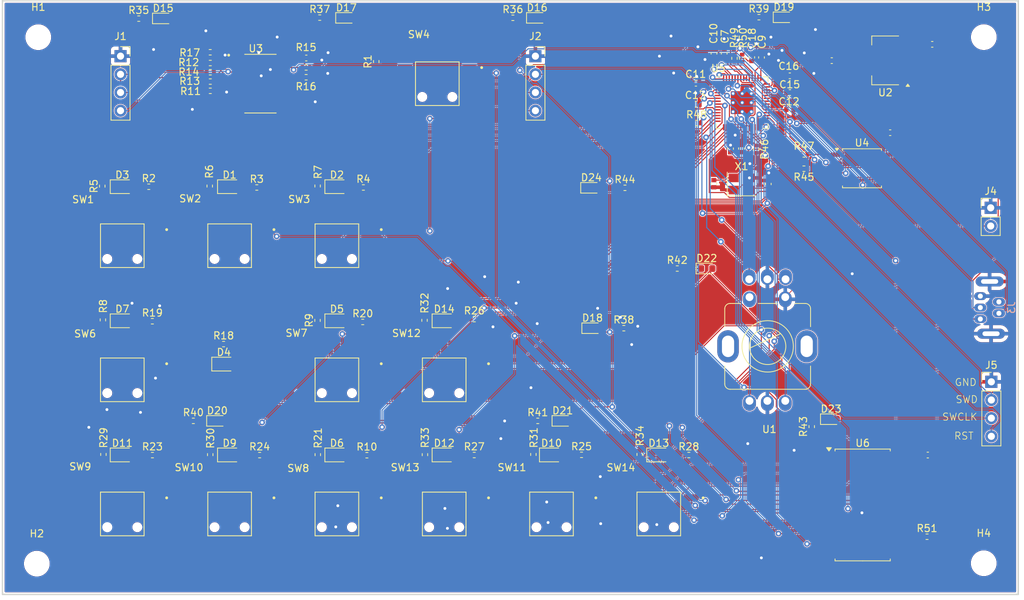
<source format=kicad_pcb>
(kicad_pcb (version 20240108) (generator "pcbnew") (generator_version "8.0")
  (layers (0 "F.Cu" signal) (31 "B.Cu" signal) (34 "B.Paste" user) (35 "F.Paste" user) (36 "B.SilkS" user "B.Silkscreen") (37 "F.SilkS" user "F.Silkscreen") (38 "B.Mask" user) (39 "F.Mask" user) (44 "Edge.Cuts" user))
  (net 0 "")
  (net 1 "GND")
  (net 2 "+3V3")
  (net 3 "VHF2_LED")
  (net 4 "Net-(D1-K)")
  (net 5 "Net-(D2-K)")
  (net 6 "VHF3_LED")
  (net 7 "Net-(D3-K)")
  (net 8 "VHF1_LED")
  (net 9 "Net-(D4-K)")
  (net 10 "SEL_LED")
  (net 11 "HF2_LED")
  (net 12 "Net-(D5-K)")
  (net 13 "AM_LED")
  (net 14 "Net-(D6-K)")
  (net 15 "Net-(D7-K)")
  (net 16 "HF1_LED")
  (net 17 "BACK_LED")
  (net 18 "Net-(D9-K)")
  (net 19 "VOR_LED")
  (net 20 "Net-(D10-K)")
  (net 21 "ILS_LED")
  (net 22 "NAV_LED")
  (net 23 "Net-(D11-K)")
  (net 24 "ADF_LED")
  (net 25 "Net-(D12-K)")
  (net 26 "BFO_LED")
  (net 27 "Net-(D13-K)")
  (net 28 "Net-(D14-K)")
  (net 29 "MLS_LED")
  (net 30 "Net-(D15-K)")
  (net 31 "Net-(D16-K)")
  (net 32 "Net-(D17-K)")
  (net 33 "Net-(D18-K)")
  (net 34 "Net-(D19-K)")
  (net 35 "Net-(D20-K)")
  (net 36 "Net-(D21-K)")
  (net 37 "Net-(D22-K)")
  (net 38 "Net-(D23-K)")
  (net 39 "Net-(D24-K)")
  (net 40 "SCL0")
  (net 41 "SDA0")
  (net 42 "SCL1")
  (net 43 "SDA1")
  (net 44 "Net-(C3-Pad1)")
  (net 45 "/XIN")
  (net 46 "Net-(R1-Pad2)")
  (net 47 "Net-(R5-Pad1)")
  (net 48 "Net-(R6-Pad1)")
  (net 49 "Net-(R7-Pad1)")
  (net 50 "Net-(R8-Pad1)")
  (net 51 "Net-(R9-Pad1)")
  (net 52 "Net-(R10-Pad1)")
  (net 53 "SCL")
  (net 54 "SDA")
  (net 55 "Net-(U3-~{RESET})")
  (net 56 "Net-(R23-Pad1)")
  (net 57 "Net-(R24-Pad1)")
  (net 58 "Net-(R25-Pad1)")
  (net 59 "Net-(R26-Pad1)")
  (net 60 "Net-(R27-Pad1)")
  (net 61 "Net-(R28-Pad1)")
  (net 63 "VHF1")
  (net 65 "VHF2")
  (net 66 "VHF3")
  (net 68 "XFER_BTN")
  (net 72 "HF1")
  (net 73 "HF2")
  (net 76 "AM")
  (net 77 "NAV")
  (net 80 "VOR")
  (net 81 "ILS")
  (net 84 "MLS")
  (net 86 "ADF")
  (net 87 "BFO")
  (net 89 "RADIO_MHZ_LEFT")
  (net 90 "RADIO_MHZ_RIGHT")
  (net 91 "RADIO_KHZ_LEFT")
  (net 92 "RADIO_KHZ_RIGHT")
  (net 105 "/USB_D+")
  (net 106 "/USB_D-")
  (net 107 "/~{USB_BOOT}")
  (net 108 "/SWCLK")
  (net 109 "/SWD")
  (net 110 "/~{RST}")
  (net 111 "/QSPI_SS")
  (net 112 "/USB_D_R+")
  (net 113 "/USB_D_R-")
  (net 114 "/QSPI_SD0")
  (net 115 "+1V1")
  (net 116 "/QSPI_SD2")
  (net 117 "/QSPI_SD3")
  (net 118 "/QSPI_SD1")
  (net 119 "/QSPI_SCLK")
  (net 120 "/XOUT")
  (net 121 "SIG")
  (net 122 "S3")
  (net 123 "S2")
  (net 124 "S0")
  (net 128 "S1")
  (net 133 "Net-(U6-~{E})")
  (net 136 "VBUS")
  (footprint "Resistor_SMD:R_0402_1005Metric" (layer "F.Cu") (at 84.96 60.51)
    (property "Reference" "R26")
    (property "Value" "100")
  )
  (footprint "LED_SMD:LED_0805_2012Metric" (layer "F.Cu") (at 49.94 66.8)
    (property "Reference" "D4")
    (property "Value" "EMERALD")
  )
  (footprint "MountingHole:MountingHole_3.2mm_M3" (layer "F.Cu") (at 156.19 21.09)
    (property "Reference" "H3")
    (property "Value" "MountingHole")
  )
  (footprint "Resistor_SMD:R_0402_1005Metric" (layer "F.Cu") (at 124.36 36.76 -90)
    (property "Reference" "R46")
    (property "Value" "1k")
  )
  (footprint "Custom_Footprints:Perfect_0402" (layer "F.Cu") (at 129.07 28.84)
    (property "Reference" "C15")
    (property "Value" "100nF" (hide yes))
  )
  (footprint "Custom_Footprints:Perfect_0402" (layer "F.Cu") (at 129.08 31.2)
    (property "Reference" "C12")
    (property "Value" "100nF" (hide yes))
  )
  (footprint "Resistor_SMD:R_0402_1005Metric" (layer "F.Cu") (at 48.05 24.71 180)
    (property "Reference" "R12")
    (property "Value" "4.7K")
  )
  (footprint "Custom_Footprints:Perfect_0402" (layer "F.Cu") (at 120.78 36.69 90)
    (property "Reference" "C8")
    (property "Value" "100nF" (hide yes))
  )
  (footprint "Package_SO:SOIC-8_5.23x5.23mm_P1.27mm" (layer "F.Cu") (at 139.16 39.425)
    (property "Reference" "U4")
    (property "Value" "W25Q128JVS")
  )
  (footprint "Resistor_SMD:R_0402_1005Metric" (layer "F.Cu") (at 113.33 53.44)
    (property "Reference" "R42")
    (property "Value" "100")
  )
  (footprint "Resistor_SMD:R_0402_1005Metric" (layer "F.Cu") (at 124.75 18.3)
    (property "Reference" "R39")
    (property "Value" "100")
  )
  (footprint "Resistor_SMD:R_0402_1005Metric" (layer "F.Cu") (at 108.08 79.43 -90)
    (property "Reference" "R34")
    (property "Value" "100")
  )
  (footprint "Custom_Footprints:Perfect_0402" (layer "F.Cu") (at 119.89 23.37 90)
    (property "Reference" "C7")
    (property "Value" "100nF" (hide yes))
  )
  (footprint "LED_SMD:LED_0603_1608Metric" (layer "F.Cu") (at 97.3175 74.74)
    (property "Reference" "D21")
    (property "Value" "WHITE")
  )
  (footprint "Resistor_SMD:R_0402_1005Metric" (layer "F.Cu") (at 131.05 37.49)
    (property "Reference" "R47")
    (property "Value" "DNF")
  )
  (footprint "LED_SMD:LED_0603_1608Metric" (layer "F.Cu") (at 67.07 18.4)
    (property "Reference" "D17")
    (property "Value" "WHITE")
  )
  (footprint "Resistor_SMD:R_0402_1005Metric" (layer "F.Cu") (at 116.03 33.1)
    (property "Reference" "R48")
    (property "Value" "10k")
  )
  (footprint "Custom_Footprints:Perfect_0402" (layer "F.Cu") (at 118.47 23.37 90)
    (property "Reference" "C10")
    (property "Value" "100nF" (hide yes))
  )
  (footprint "Resistor_SMD:R_0402_1005Metric" (layer "F.Cu") (at 49.91 64)
    (property "Reference" "R18")
    (property "Value" "100")
  )
  (footprint "Resistor_SMD:R_0402_1005Metric" (layer "F.Cu") (at 63.04 60.69 90)
    (property "Reference" "R9")
    (property "Value" "100")
  )
  (footprint "LED_SMD:LED_0603_1608Metric" (layer "F.Cu") (at 93.7475 18.4)
    (property "Reference" "D16")
    (property "Value" "WHITE")
  )
  (footprint "SimPanel:EC11EBB24C03" (layer "F.Cu") (at 123.43 71.94)
    (property "Reference" "U1")
    (property "Value" "ENCODER")
  )
  (footprint "Resistor_SMD:R_0402_1005Metric" (layer "F.Cu") (at 132.13 75.54 90)
    (property "Reference" "R43")
    (property "Value" "100")
  )
  (footprint "Connector_PinHeader_2.54mm:PinHeader_1x04_P2.54mm_Vertical" (layer "F.Cu") (at 157.24 69.28)
    (property "Reference" "J5")
    (property "Value" "RP2040_SWD")
  )
  (footprint "SimPanel:SW_TL3240F260R" (layer "F.Cu") (at 50.75 87.75)
    (property "Reference" "SW10")
    (property "Value" "VOR")
  )
  (footprint "Custom_Footprints:Perfect_0402" (layer "F.Cu") (at 148.35 79.515)
    (property "Reference" "C17")
    (property "Value" "100nF" (hide yes))
  )
  (footprint "LED_SMD:LED_0603_1608Metric" (layer "F.Cu") (at 134.84 74.5)
    (property "Reference" "D23")
    (property "Value" "WHITE")
  )
  (footprint "Custom_Footprints:Perfect_0402" (layer "F.Cu") (at 125.11 23.94 90)
    (property "Reference" "C9")
    (property "Value" "1uF" (hide yes))
  )
  (footprint "Resistor_SMD:R_0402_1005Metric" (layer "F.Cu") (at 33.04 60.62 90)
    (property "Reference" "R8")
    (property "Value" "100")
  )
  (footprint "LED_SMD:LED_0805_2012Metric" (layer "F.Cu") (at 65.75 42)
    (property "Reference" "D2")
    (property "Value" "EMERALD")
  )
  (footprint "Custom_Footprints:Perfect_0402" (layer "F.Cu") (at 118.45 41.58 -90)
    (property "Reference" "C3")
    (property "Value" "15pF" (hide yes))
  )
  (footprint "Resistor_SMD:R_0402_1005Metric" (layer "F.Cu") (at 131.04 39.48 180)
    (property "Reference" "R45")
    (property "Value" "1k")
  )
  (footprint "LED_SMD:LED_0603_1608Metric" (layer "F.Cu") (at 49.03 74.74)
    (property "Reference" "D20")
    (property "Value" "WHITE")
  )
  (footprint "Resistor_SMD:R_0402_1005Metric" (layer "F.Cu") (at 114.95 79.51)
    (property "Reference" "R28")
    (property "Value" "100")
  )
  (footprint "LED_SMD:LED_0805_2012Metric" (layer "F.Cu") (at 65.75 79.5)
    (property "Reference" "D6")
    (property "Value" "EMERALD")
  )
  (footprint "Custom_Footprints:Perfect_0402" (layer "F.Cu") (at 61.46 24.01)
    (property "Reference" "C1")
    (property "Value" "100nF" (hide yes))
  )
  (footprint "LED_SMD:LED_0805_2012Metric" (layer "F.Cu") (at 80.75 79.5)
    (property "Reference" "D12")
    (property "Value" "EMERALD")
  )
  (footprint "Custom_Footprints:Perfect_0402" (layer "F.Cu") (at 143.09 34.45)
    (property "Reference" "C5")
    (property "Value" "100nF" (hide yes))
  )
  (footprint "MountingHole:MountingHole_3.2mm_M3" (layer "F.Cu") (at 156.18 94.64)
    (property "Reference" "H4")
    (property "Value" "MountingHole")
  )
  (footprint "Resistor_SMD:R_0402_1005Metric" (layer "F.Cu") (at 99.95 79.49)
    (property "Reference" "R25")
    (property "Value" "100")
  )
  (footprint "Resistor_SMD:R_0402_1005Metric" (layer "F.Cu") (at 39.45 42.01)
    (property "Reference" "R2")
    (property "Value" "100")
  )
  (footprint "Custom_Footprints:Perfect_0402" (layer "F.Cu") (at 134.94 24.3775 180)
    (property "Reference" "C6")
    (property "Value" "10uF" (hide yes))
  )
  (footprint "SimPanel:SW_TL3240F260R" (layer "F.Cu") (at 79.7875 27.6)
    (property "Reference" "SW4")
    (property "Value" "XFER_SW")
  )
  (footprint "Resistor_SMD:R_0402_1005Metric" (layer "F.Cu") (at 78.06 79.46 -90)
    (property "Reference" "R33")
    (property "Value" "100")
  )
  (footprint "Resistor_SMD:R_0402_1005Metric" (layer "F.Cu") (at 63.05 41.9 90)
    (property "Reference" "R7")
    (property "Value" "100")
  )
  (footprint "SimPanel:SW_TL3240F260R" (layer "F.Cu") (at 80.75 87.75)
    (property "Reference" "SW13")
    (property "Value" "ADF")
  )
  (footprint "Resistor_SMD:R_0402_1005Metric" (layer "F.Cu") (at 93.22 79.43 -90)
    (property "Reference" "R31")
    (property "Value" "100")
  )
  (footprint "Custom_Footprints:Perfect_0402" (layer "F.Cu") (at 123.75 23.93 90)
    (property "Reference" "C18")
    (property "Value" "1uF" (hide yes))
  )
  (footprint "Connector_PinHeader_2.54mm:PinHeader_1x02_P2.54mm_Vertical" (layer "F.Cu") (at 157.15 44.955)
    (property "Reference" "J4")
    (property "Value" "Conn_01x02")
  )
  (footprint "LED_SMD:LED_0805_2012Metric" (layer "F.Cu") (at 110.75 79.5)
    (property "Reference" "D13")
    (property "Value" "EMERALD")
  )
  (footprint "LED_SMD:LED_0603_1608Metric" (layer "F.Cu") (at 128.2375 18.32)
    (property "Reference" "D19")
    (property "Value" "WHITE")
  )
  (footprint "Crystal:Crystal_SMD_3225-4Pin_3.2x2.5mm" (layer "F.Cu") (at 122.32 41.62)
    (property "Reference" "X1")
    (property "Value" "ABM8-272-T3")
  )
  (footprint "LED_SMD:LED_0805_2012Metric" (layer "F.Cu") (at 50.75 42)
    (property "Reference" "D1")
    (property "Value" "EMERALD")
  )
  (footprint "SimPanel:SW_TL3240F260R" (layer "F.Cu") (at 35.75 50.25)
    (property "Reference" "SW1")
    (property "Value" "VHF1_SW")
  )
  (footprint "Resistor_SMD:R_0402_1005Metric" (layer "F.Cu") (at 48.04 23.21)
    (property "Reference" "R17")
    (property "Value" "10K")
  )
  (footprint "Resistor_SMD:R_0402_1005Metric" (layer "F.Cu") (at 122.4 24.05 -90)
    (property "Reference" "R50")
    (property "Value" "27")
  )
  (footprint "SimPanel:SW_TL3240F260R" (layer "F.Cu") (at 65.75 50.25)
    (property "Reference" "SW3")
    (property "Value" "VHF3_SW")
  )
  (footprint "MountingHole:MountingHole_3.2mm_M3" (layer "F.Cu") (at 23.8 94.7)
    (property "Reference" "H2")
    (property "Value" "MountingHole")
  )
  (footprint "Resistor_SMD:R_0402_1005Metric" (layer "F.Cu") (at 78 60.68 -90)
    (property "Reference" "R32")
    (property "Value" "100")
  )
  (footprint "LED_SMD:LED_0603_1608Metric" (layer "F.Cu") (at 101.32 42.16)
    (property "Reference" "D24")
    (property "Value" "WHITE")
  )
  (footprint "Resistor_SMD:R_0402_1005Metric" (layer "F.Cu") (at 32.95 41.92 90)
    (property "Reference" "R5")
    (property "Value" "100")
  )
  (footprint "SimPanel:SW_TL3240F260R" (layer "F.Cu") (at 50.75 50.25)
    (property "Reference" "SW2")
    (property "Value" "VHF2_SW")
  )
  (footprint "Custom_Footprints:QFN-56-1EP_7x7mm_P0.4mm_EP3.2x3.2mm" (layer "F.Cu") (at 122.4125 30.25)
    (property "Reference" "U5")
    (property "Value" "RP2040")
  )
  (footprint "LED_SMD:LED_0805_2012Metric" (layer "F.Cu") (at 35.75 79.5)
    (property "Reference" "D11")
    (property "Value" "EMERALD")
  )
  (footprint "Connector_PinSocket_2.54mm:PinSocket_1x04_P2.54mm_Vertical" (layer "F.Cu") (at 35.5 23.75)
    (property "Reference" "J1")
    (property "Value" "VHF Active OLED")
  )
  (footprint "LED_SMD:LED_0805_2012Metric" (layer "F.Cu") (at 35.75 60.75)
    (property "Reference" "D7")
    (property "Value" "EMERALD")
  )
  (footprint "Resistor_SMD:R_0402_1005Metric" (layer "F.Cu") (at 61.45 26.7 180)
    (property "Reference" "R16")
    (property "Value" "4.7K")
  )
  (footprint "Resistor_SMD:R_0402_1005Metric" (layer "F.Cu") (at 45.68 74.74)
    (property "Reference" "R40")
    (property "Value" "100")
  )
  (footprint "Resistor_SMD:R_0402_1005Metric" (layer "F.Cu") (at 71.25 24.5 90)
    (property "Reference" "R1")
    (property "Value" "100")
  )
  (footprint "Custom_Footprints:Perfect_0402" (layer "F.Cu") (at 126.06 41.63 90)
    (property "Reference" "C2")
    (property "Value" "15pF" (hide yes))
  )
  (footprint "SFLibrary:SOP65P640X120-24N" (layer "F.Cu") (at 55.06 27.595)
    (property "Reference" "U3")
    (property "Value" "PCA9548APW")
  )
  (footprint "Resistor_SMD:R_0402_1005Metric" (layer "F.Cu") (at 84.95 79.51)
    (property "Reference" "R27")
    (property "Value" "100")
  )
  (footprint "LED_SMD:LED_0805_2012Metric" (layer "F.Cu") (at 50.75 79.5)
    (property "Reference" "D9")
    (property "Value" "EMERALD")
  )
  (footprint "LED_SMD:LED_0603_1608Metric" (layer "F.Cu") (at 41.4575 18.48)
    (property "Reference" "D15")
    (property "Value" "WHITE")
  )
  (footprint "Resistor_SMD:R_0402_1005Metric" (layer "F.Cu") (at 105.86 61.78)
    (property "Reference" "R38")
    (property "Value" "100")
  )
  (footprint "SimPanel:SW_TL3240F260R" (layer "F.Cu") (at 65.75 69)
    (property "Reference" "SW7")
    (property "Value" "HF2")
  )
  (footprint "Resistor_SMD:R_0402_1005Metric" (layer "F.Cu") (at 63.35 18.36)
    (property "Reference" "R37")
    (property "Value" "100")
  )
  (footprint "Resistor_SMD:R_0402_1005Metric" (layer "F.Cu") (at 48.05 27.3 180)
    (property "Reference" "R13")
    (property "Value" "4.7K")
  )
  (footprint "Resistor_SMD:R_0402_1005Metric" (layer "F.Cu") (at 48.04 79.46 -90)
    (property "Reference" "R30")
    (property "Value" "100")
  )
  (footprint "Resistor_SMD:R_0402_1005Metric" (layer "F.Cu") (at 39.96 79.52)
    (property "Reference" "R23")
    (property "Value" "100")
  )
  (footprint "LED_SMD:LED_0603_1608Metric" (layer "F.Cu") (at 117.45 53.44)
    (property "Reference" "D22")
    (property "Value" "WHITE")
  )
  (footprint "Resistor_SMD:R_0402_1005Metric" (layer "F.Cu") (at 47.97 41.91 90)
    (property "Reference" "R6")
    (property "Value" "100")
  )
  (footprint "Resistor_SMD:R_0402_1005Metric" (layer "F.Cu") (at 93.83 74.74)
    (property "Reference" "R41")
    (property "Value" "100")
  )
  (footprint "Package_SO:SOIC-24W_7.5x15.4mm_P1.27mm" (layer "F.Cu") (at 139.25 86.495)
    (property "Reference" "U6")
    (property "Value" "CD74HC4067M")
  )
  (footprint "Resistor_SMD:R_0402_1005Metric" (layer "F.Cu") (at 69.45 42.11)
    (property "Reference" "R4")
    (property "Value" "100")
  )
  (footprint "LED_SMD:LED_0805_2012Metric" (layer "F.Cu") (at 65.75 60.75)
    (property "Reference" "D5")
    (property "Value" "EMERALD")
  )
  (footprint "Package_TO_SOT_SMD:SOT-223-3_TabPin2" (layer "F.Cu") (at 142.43 24.34 180)
    (property "Reference" "U2")
    (property "Value" "NCP1117-3.3_SOT223")
  )
  (footprint "Resistor_SMD:R_0402_1005Metric" (layer "F.Cu") (at 48.05 26)
    (property "Reference" "R14")
    (property "Value" "4.7K")
  )
  (footprint "Custom_Footprints:Perfect_0402" (layer "F.Cu") (at 129.06 26.5)
    (property "Reference" "C16")
    (property "Value" "100nF" (hide yes))
  )
  (footprint "Resistor_SMD:R_0402_1005Metric" (layer "F.Cu") (at 106.02 42.16)
    (property "Reference" "R44")
    (property "Value" "100")
  )
  (footprint "SimPanel:SW_TL3240F260R" (layer "F.Cu") (at 110.75 87.75)
    (property "Reference" "SW14")
    (property "Value" "BFO")
  )
  (footprint "Resistor_SMD:R_0402_1005Metric" (layer "F.Cu") (at 148.25 90.935)
    (property "Reference" "R51")
    (property "Value" "10K")
  )
  (footprint "Resistor_SMD:R_0402_1005Metric" (layer "F.Cu") (at 69.94 79.54)
    (property "Reference" "R10")
    (property "Value" "100")
  )
  (footprint "LED_SMD:LED_0805_2012Metric" (layer "F.Cu") (at 35.75 42)
    (property "Reference" "D3")
    (property "Value" "EMERALD")
  )
  (footprint "SimPanel:SW_TL3240F260R" (layer "F.Cu") (at 35.75 87.75)
    (property "Reference" "SW9")
    (property "Value" "NAV")
  )
  (footprint "Connector_PinSocket_2.54mm:PinSocket_1x04_P2.54mm_Vertical" (layer "F.Cu") (at 93.5 23.75)
    (property "Reference" "J2")
    (property "Value" "VHF Standby OLED")
  )
  (footprint "Resistor_SMD:R_0402_1005Metric" (layer "F.Cu") (at 54.55 42.11)
    (property "Reference" "R3")
    (property "Value" "100")
  )
  (footprint "Resistor_SMD:R_0402_1005Metric" (layer "F.Cu") (at 90.35 18.39)
    (property "Reference" "R36")
    (property "Value" "100")
  )
  (footprint "LED_SMD:LED_0603_1608Metric" (layer "F.Cu") (at 101.48 61.78)
    (property "Reference" "D18")
    (property "Value" "WHITE")
  )
  (footprint "MountingHole:MountingHole_3.2mm_M3" (layer "F.Cu") (at 24 21.1)
    (property "Reference" "H1")
    (property "Value" "MountingHole")
  )
  (footprint "SimPanel:SW_TL3240F260R" (layer "F.Cu") (at 35.75 69)
    (property "Reference" "SW6")
    (property "Value" "HF1")
  )
  (footprint "LED_SMD:LED_0805_2012Metric" (layer "F.Cu") (at 95.75 79.5)
    (property "Reference" "D10")
    (property "Value" "EMERALD")
  )
  (footprint "SimPanel:SW_TL3240F260R" (layer "F.Cu") (at 95.75 87.75)
    (property "Reference" "SW11")
    (property "Value" "ILS")
  )
  (footprint "Resistor_SMD:R_0402_1005Metric" (layer "F.Cu") (at 48.05 28.6)
    (property "Reference" "R11")
    (property "Value" "4.7K")
  )
  (footprint "SimPanel:SW_TL3240F260R" (layer "F.Cu") (at 65.75 87.75)
    (property "Reference" "SW8")
    (property "Value" "AM")
  )
  (footprint "Resistor_SMD:R_0402_1005Metric" (layer "F.Cu") (at 39.95 60.81)
    (property "Reference" "R19")
    (property "Value" "100")
  )
  (footprint "Custom_Footprints:Perfect_0402" (layer "F.Cu") (at 122.31 36.67 90)
    (property "Reference" "C14")
    (property "Value" "100nF" (hide yes))
  )
  (footprint "Custom_Footprints:Perfect_0402" (layer "F.Cu") (at 148.97 22.0975)
    (property "Reference" "C4")
    (property "Value" "10uF" (hide yes))
  )
  (footprint "Resistor_SMD:R_0402_1005Metric" (layer "F.Cu") (at 54.95 79.52)
    (property "Reference" "R24")
    (property "Value" "100")
  )
  (footprint "LED_SMD:LED_0805_2012Metric" (layer "F.Cu") (at 80.75 60.75)
    (property "Reference" "D14")
    (property "Value" "EMERALD")
  )
  (footprint "Resistor_SMD:R_0402_1005Metric" (layer "F.Cu") (at 33.11 79.43 -90)
    (property "Reference" "R29")
    (property "Value" "100")
  )
  (footprint "Custom_Footprints:Perfect_0402" (layer "F.Cu") (at 115.94 30.47)
    (property "Reference" "C13")
    (property "Value" "100nF" (hide yes))
  )
  (footprint "Resistor_SMD:R_0402_1005Metric" (layer "F.Cu") (at 121.33 24.05 -90)
    (property "Reference" "R49")
    (property "Value" "27")
  )
  (footprint "Resistor_SMD:R_0402_1005Metric" (layer "F.Cu") (at 61.45 25.33)
    (property "Reference" "R15")
    (property "Value" "4.7K")
  )
  (footprint "Resistor_SMD:R_0402_1005Metric" (layer "F.Cu") (at 38.05 18.5)
    (property "Reference" "R35")
    (property "Value" "100")
  )
  (footprint "Resistor_SMD:R_0402_1005Metric" (layer "F.Cu") (at 69.36 60.91)
    (property "Reference" "R20")
    (property "Value" "100")
  )
  (footprint "SimPanel:SW_TL3240F260R" (layer "F.Cu") (at 80.75 69)
    (property "Reference" "SW12")
    (property "Value" "MLS")
  )
  (footprint "Custom_Footprints:Perfect_0402" (layer "F.Cu") (at 115.93 27.54)
    (property "Reference" "C11")
    (property "Value" "100nF" (hide yes))
  )
  (footprint "Resistor_SMD:R_0402_1005Metric" (layer "F.Cu") (at 63.08 79.46 -90)
    (property "Reference" "R21")
    (property "Value" "100")
  )
  (footprint "Custom_Footprints:USB_B_Mini_Amphenol_UE25BE5510H" (layer "B.Cu") (at 157 58.9 -90)
    (property "Reference" "J3")
    (property "Value" "USB_B_Micro")
  )
  (gr_rect (start 19 16) (end 161 99) (stroke (width 0.2)) (fill none) (layer "Edge.Cuts"))
  (gr_text "SWD" (at 152.19 72.33 0) (layer "F.SilkS") (effects (font (size 1 1) (thickness 0.1)) (justify left bottom)))
  (gr_text "RST" (at 151.98 77.43 0) (layer "F.SilkS") (effects (font (size 1 1) (thickness 0.1)) (justify left bottom)))
  (gr_text "GND" (at 152.07 69.93 0) (layer "F.SilkS") (effects (font (size 1 1) (thickness 0.1)) (justify left bottom)))
  (gr_text "SWCLK" (at 150.31 74.77 0) (layer "F.SilkS") (effects (font (size 1 1) (thickness 0.1)) (justify left bottom)))
  (segment (start 120.23 37.94) (end 121.07 38.78) (width 0.1) (layer "F.Cu") (net 1))
  (segment (start 120.78 36.19) (end 120.23 36.74) (width 0.1) (layer "F.Cu") (net 1))
  (segment (start 121.4125 33.6875) (end 121.4125 34.125) (width 0.1) (layer "F.Cu") (net 1))
  (segment (start 52.19 24.02) (end 54.06 24.02) (width 0.1) (layer "F.Cu") (net 1))
  (segment (start 56.8 25.97) (end 56.45 25.62) (width 0.1) (layer "F.Cu") (net 1))
  (segment (start 116.43 26.96) (end 116.041397 26.571397) (width 0.1) (layer "F.Cu") (net 1))
  (segment (start 116.65 22.87) (end 118.47 22.87) (width 0.1) (layer "F.Cu") (net 1))
  (segment (start 54.06 24.02) (end 54.83 23.25) (width 0.1) (layer "F.Cu") (net 1))
  (segment (start 57.93 25.97) (end 56.8 25.97) (width 0.1) (layer "F.Cu") (net 1))
  (segment (start 121.21 36.19) (end 121.23 36.17) (width 0.1) (layer "F.Cu") (net 1))
  (segment (start 126.06 40.14) (end 126.13 40.07) (width 0.1) (layer "F.Cu") (net 1))
  (segment (start 127.98 22.95) (end 127.98 22.64) (width 0.1) (layer "F.Cu") (net 1))
  (segment (start 116.07 22.87) (end 118.47 22.87) (width 0.1) (layer "F.Cu") (net 1))
  (segment (start 121.22 42.47) (end 121.72 42.47) (width 0.1) (layer "F.Cu") (net 1))
  (segment (start 116.43 27.54) (end 116.43 26.96) (width 0.1) (layer "F.Cu") (net 1))
  (segment (start 121.07 38.78) (end 123.48 38.78) (width 0.1) (layer "F.Cu") (net 1))
  (segment (start 105.35 60.3) (end 105.39 60.26) (width 0.1) (layer "F.Cu") (net 1))
  (segment (start 124.41 22.77) (end 124.41 22) (width 0.1) (layer "F.Cu") (net 1))
  (segment (start 116.44 27.55) (end 116.43 27.54) (width 0.1) (layer "F.Cu") (net 1))
  (segment (start 121.4125 31.8) (end 121.1375 31.525) (width 0.1) (layer "F.Cu") (net 1))
  (segment (start 120.78 36.19) (end 121.21 36.19) (width 0.1) (layer "F.Cu") (net 1))
  (segment (start 126.12 23.44) (end 126.14 23.46) (width 0.1) (layer "F.Cu") (net 1))
  (segment (start 125.11 23.44) (end 126.12 23.44) (width 0.1) (layer "F.Cu") (net 1))
  (segment (start 63.35 24.01) (end 63.64 24.3) (width 0.1) (layer "F.Cu") (net 1))
  (segment (start 131.7 54.17) (end 128.43 57.44) (width 0.1) (layer "F.Cu") (net 1))
  (segment (start 115.91 29.94) (end 115.91 28.91) (width 0.1) (layer "F.Cu") (net 1))
  (segment (start 123.75 23.43) (end 124.41 22.77) (width 0.1) (layer "F.Cu") (net 1))
  (segment (start 121.43 34.1425) (end 121.43 34.79) (width 0.1) (layer "F.Cu") (net 1))
  (segment (start 121.1375 30.25) (end 121.1375 31.525) (width 0.1) (layer "F.Cu") (net 1))
  (segment (start 121.4125 33.6875) (end 121.4125 31.8) (width 0.1) (layer "F.Cu") (net 1))
  (segment (start 116.44 30.47) (end 116.44 27.55) (width 0.1) (layer "F.Cu") (net 1))
  (segment (start 116.22 22.44) (end 116.65 22.87) (width 0.1) (layer "F.Cu") (net 1))
  (segment (start 127.98 22.64) (end 126.43 21.09) (width 0.1) (layer "F.Cu") (net 1))
  (segment (start 116.44 30.47) (end 115.91 29.94) (width 0.1) (layer "F.Cu") (net 1))
  (segment (start 61.96 24.01) (end 63.35 24.01) (width 0.1) (layer "F.Cu") (net 1))
  (segment (start 121.4125 34.125) (end 121.43 34.1425) (width 0.1) (layer "F.Cu") (net 1))
  (segment (start 119.89 22.87) (end 119.89 21.33) (width 0.1) (layer "F.Cu") (net 1))
  (segment (start 137.79 54.17) (end 131.7 54.17) (width 0.1) (layer "F.Cu") (net 1))
  (segment (start 119.89 21.33) (end 119.88 21.32) (width 0.1) (layer "F.Cu") (net 1))
  (segment (start 105.35 61.78) (end 105.35 60.3) (width 0.1) (layer "F.Cu") (net 1))
  (segment (start 112.83 26.11) (end 116.07 22.87) (width 0.1) (layer "F.Cu") (net 1))
  (segment (start 120.23 36.74) (end 120.23 37.94) (width 0.1) (layer "F.Cu") (net 1))
  (segment (start 121.23 36.17) (end 122.31 36.17) (width 0.1) (layer "F.Cu") (net 1))
  (segment (start 126.06 41.13) (end 126.06 40.14) (width 0.1) (layer "F.Cu") (net 1))
  (segment (start 121.72 42.47) (end 123.42 40.77) (width 0.1) (layer "F.Cu") (net 1))
  (via (at 112.83 26.11) (size 0.8) (drill 0.4) (layers "F.Cu" "B.Cu") (net 1))
  (via (at 37.11 58.29) (size 0.8) (drill 0.4) (layers "F.Cu" "B.Cu") (net 1))
  (via (at 64.514797 23.265607) (size 0.8) (drill 0.4) (layers "F.Cu" "B.Cu") (net 1))
  (via (at 110.84 23.75) (size 0.8) (drill 0.4) (layers "F.Cu" "B.Cu") (net 1))
  (via (at 127.480931 24.345416) (size 0.8) (drill 0.4) (layers "F.Cu" "B.Cu") (net 1))
  (via (at 131.09 23.3) (size 0.8) (drill 0.4) (layers "F.Cu" "B.Cu") (net 1))
  (via (at 126.14 23.46) (size 0.8) (drill 0.4) (layers "F.Cu" "B.Cu") (net 1))
  (via (at 93.75 61.14) (size 0.8) (drill 0.4) (layers "F.Cu" "B.Cu") (net 1))
  (via (at 137.79 54.17) (size 0.8) (drill 0.4) (layers "F.Cu" "B.Cu") (net 1))
  (via (at 40.97 58.65) (size 0.8) (drill 0.4) (layers "F.Cu" "B.Cu") (net 1))
  (via (at 55.17 26.5) (size 0.8) (drill 0.4) (layers "F.Cu" "B.Cu") (net 1))
  (via (at 38.29 73.55) (size 0.8) (drill 0.4) (layers "F.Cu" "B.Cu") (net 1))
  (via (at 107.81 61.51) (size 0.8) (drill 0.4) (layers "F.Cu" "B.Cu") (net 1))
  (via (at 89.2 74.75) (size 0.8) (drill 0.4) (layers "F.Cu" "B.Cu") (net 1))
  (via (at 80.85 86.98) (size 0.8) (drill 0.4) (layers "F.Cu" "B.Cu") (net 1))
  (via (at 125.09 93.89) (size 0.8) (drill 0.4) (layers "F.Cu" "B.Cu") (net 1))
  (via (at 63.64 24.3) (size 0.8) (drill 0.4) (layers "F.Cu" "B.Cu") (net 1))
  (via (at 81.2 89.76) (size 0.8) (drill 0.4) (layers "F.Cu" "B.Cu") (net 1))
  (via (at 95.27 88.95) (size 0.8) (drill 0.4) (layers "F.Cu" "B.Cu") (net 1))
  (via (at 123.42 40.77) (size 0.8) (drill 0.4) (layers "F.Cu" "B.Cu") (net 1))
  (via (at 132.43 26.16) (size 0.8) (drill 0.4) (layers "F.Cu" "B.Cu") (net 1))
  (via (at 121.43 34.79) (size 0.8) (drill 0.4) (layers "F.Cu" "B.Cu") (net 1))
  (via (at 54.83 23.25) (size 0.8) (drill 0.4) (layers "F.Cu" "B.Cu") (net 1))
  (via (at 95.08 86.08) (size 0.8) (drill 0.4) (layers "F.Cu" "B.Cu") (net 1))
  (via (at 40.12 22.82) (size 0.8) (drill 0.4) (layers "F.Cu" "B.Cu") (net 1))
  (via (at 33.6 73.16) (size 0.8) (drill 0.4) (layers "F.Cu" "B.Cu") (net 1))
  (via (at 31.07 75.64) (size 0.8) (drill 0.4) (layers "F.Cu" "B.Cu") (net 1))
  (via (at 122 19.62) (size 0.8) (drill 0.4) (layers "F.Cu" "B.Cu") (net 1))
  (via (at 62.72 30.13) (size 0.8) (drill 0.4) (layers "F.Cu" "B.Cu") (net 1))
  (via (at 124.41 22) (size 0.8) (drill 0.4) (layers "F.Cu" "B.Cu") (net 1))
  (via (at 102.57 82.53) (size 0.8) (drill 0.4) (layers "F.Cu" "B.Cu") (net 1))
  (via (at 40.39 68.76) (size 0.8) (drill 0.4) (layers "F.Cu" "B.Cu") (net 1))
  (via (at 87.57 61.59) (size 0.8) (drill 0.4) (layers "F.Cu" "B.Cu") (net 1))
  (via (at 56.45 25.62) (size 0.8) (drill 0.4) (layers "F.Cu" "B.Cu") (net 1))
  (via (at 116.041397 26.571397) (size 0.8) (drill 0.4) (layers "F.Cu" "B.Cu") (net 1))
  (via (at 105.39 60.26) (size 0.8) (drill 0.4) (layers "F.Cu" "B.Cu") (net 1))
  (via (at 115.91 28.91) (size 0.8) (drill 0.4) (layers "F.Cu" "B.Cu") (net 1))
  (via (at 123.48 38.78) (size 0.8) (drill 0.4) (layers "F.Cu" "B.Cu") (net 1))
  (via (at 123.19 77.92) (size 0.8) (drill 0.4) (layers "F.Cu" "B.Cu") (net 1))
  (via (at 65.59 89.56) (size 0.8) (drill 0.4) (layers "F.Cu" "B.Cu") (net 1))
  (via (at 86.41 54.58) (size 0.8) (drill 0.4) (layers "F.Cu" "B.Cu") (net 1))
  (via (at 116.22 22.44) (size 0.8) (drill 0.4) (layers "F.Cu" "B.Cu") (net 1))
  (via (at 127.98 22.95) (size 0.8) (drill 0.4) (layers "F.Cu" "B.Cu") (net 1))
  (via (at 92.88 70.1) (size 0.8) (drill 0.4) (layers "F.Cu" "B.Cu") (net 1))
  (via (at 91.11 55.34) (size 0.8) (drill 0.4) (layers "F.Cu" "B.Cu") (net 1))
  (via (at 112.46 20.94) (size 0.8) (drill 0.4) (layers "F.Cu" "B.Cu") (net 1))
  (via (at 126.13 40.07) (size 0.8) (drill 0.4) (layers "F.Cu" "B.Cu") (net 1))
  (via (at 132.65 20.03) (size 0.8) (drill 0.4) (layers "F.Cu" "B.Cu") (net 1))
  (via (at 121.83 21.51) (size 0.8) (drill 0.4) (layers "F.Cu" "B.Cu") (net 1))
  (via (at 102.63 89.11) (size 0.8) (drill 0.4) (layers "F.Cu" "B.Cu") (net 1))
  (via (at 57.4 21.08) (size 0.8) (drill 0.4) (layers "F.Cu" "B.Cu") (net 1))
  (via (at 50.12 23.6) (size 0.8) (drill 0.4) (layers "F.Cu" "B.Cu") (net 1))
  (via (at 110.47 89.24) (size 0.8) (drill 0.4) (layers "F.Cu" "B.Cu") (net 1))
  (via (at 119.88 21.32) (size 0.8) (drill 0.4) (layers "F.Cu" "B.Cu") (net 1))
  (via (at 102.2 59) (size 0.8) (drill 0.4) (layers "F.Cu" "B.Cu") (net 1))
  (via (at 120.78 36.19) (size 0.8) (drill 0.4) (layers "F.Cu" "B.Cu") (net 1))
  (via (at 50.33 28.77) (size 0.8) (drill 0.4) (layers "F.Cu" "B.Cu") (net 1))
  (via (at 47.43 20.21) (size 0.8) (drill 0.4) (layers "F.Cu" "B.Cu") (net 1))
  (via (at 81.23 56.24) (size 0.8) (drill 0.4) (layers "F.Cu" "B.Cu") (net 1))
  (via (at 117.21 24.22) (size 0.8) (drill 0.4) (layers "F.Cu" "B.Cu") (net 1))
  (via (at 88.67 77.22) (size 0.8) (drill 0.4) (layers "F.Cu" "B.Cu") (net 1))
  (via (at 139.15 87.59) (size 0.8) (drill 0.4) (layers "F.Cu" "B.Cu") (net 1))
  (via (at 126.43 21.09) (size 0.8) (drill 0.4) (layers "F.Cu" "B.Cu") (net 1))
  (via (at 45.54 31.19) (size 0.8) (drill 0.4) (layers "F.Cu" "B.Cu") (net 1))
  (via (at 90.81 58.29) (size 0.8) (drill 0.4) (layers "F.Cu" "B.Cu") (net 1))
  (via (at 106.96 64.07) (size 0.8) (drill 0.4) (layers "F.Cu" "B.Cu") (net 1))
  (via (at 64.47 26.16) (size 0.8) (drill 0.4) (layers "F.Cu" "B.Cu") (net 1))
  (via (at 129.67 78.85) (size 0.8) (drill 0.4) (layers "F.Cu" "B.Cu") (net 1))
  (via (at 65.88 86.6) (size 0.8) (drill 0.4) (layers "F.Cu" "B.Cu") (net 1))
  (segment (start 124.41 22) (end 125.52 22) (width 0.1) (layer "B.Cu") (net 1))
  (segment (start 113.22 23.75) (end 116.041397 26.571397) (width 0.1) (layer "B.Cu") (net 1))
  (segment (start 119.88 21.32) (end 117.34 21.32) (width 0.1) (layer "B.Cu") (net 1))
  (segment (start 126.13 40.07) (end 126.13 42.51) (width 0.1) (layer "B.Cu") (net 1))
  (segment (start 55.57 26.5) (end 55.17 26.5) (width 0.1) (layer "B.Cu") (net 1))
  (segment (start 54.83 23.25) (end 57 21.08) (width 0.1) (layer "B.Cu") (net 1))
  (segment (start 93.5 23.75) (end 110.84 23.75) (width 0.1) (layer "B.Cu") (net 1))
  (segment (start 121.43 34.79) (end 121.43 35.54) (width 0.1) (layer "B.Cu") (net 1))
  (segment (start 126.65 22.95) (end 127.98 22.95) (width 0.1) (layer "B.Cu") (net 1))
  (segment (start 56.45 25.62) (end 55.57 26.5) (width 0.1) (layer "B.Cu") (net 1))
  (segment (start 63.64 24.140404) (end 64.514797 23.265607) (width 0.1) (layer "B.Cu") (net 1))
  (segment (start 110.84 23.75) (end 113.22 23.75) (width 0.1) (layer "B.Cu") (net 1))
  (segment (start 105.39 60.26) (end 106.64 61.51) (width 0.1) (layer "B.Cu") (net 1))
  (segment (start 115.91 28.91) (end 113.11 26.11) (width 0.1) (layer "B.Cu") (net 1))
  (segment (start 63.64 24.3) (end 63.64 24.140404) (width 0.1) (layer "B.Cu") (net 1))
  (segment (start 123.48 40.71) (end 123.42 40.77) (width 0.1) (layer "B.Cu") (net 1))
  (segment (start 123.48 38.78) (end 123.48 40.71) (width 0.1) (layer "B.Cu") (net 1))
  (segment (start 106.64 61.51) (end 107.81 61.51) (width 0.1) (layer "B.Cu") (net 1))
  (segment (start 126.14 23.46) (end 126.65 22.95) (width 0.1) (layer "B.Cu") (net 1))
  (segment (start 126.13 42.51) (end 137.79 54.17) (width 0.1) (layer "B.Cu") (net 1))
  (segment (start 125.52 22) (end 126.43 21.09) (width 0.1) (layer "B.Cu") (net 1))
  (segment (start 113.11 26.11) (end 112.83 26.11) (width 0.1) (layer "B.Cu") (net 1))
  (segment (start 117.34 21.32) (end 116.22 22.44) (width 0.1) (layer "B.Cu") (net 1))
  (segment (start 57 21.08) (end 57.4 21.08) (width 0.1) (layer "B.Cu") (net 1))
  (segment (start 121.43 35.54) (end 120.78 36.19) (width 0.1) (layer "B.Cu") (net 1))
  (segment (start 125.2313 31.0144) (end 125.4669 31.25) (width 0.15) (layer "F.Cu") (net 2))
  (segment (start 72.8546 28.084) (end 91.706 28.084) (width 0.15) (layer "F.Cu") (net 2))
  (segment (start 142.59 24.34) (end 145.58 24.34) (width 0.15) (layer "F.Cu") (net 2))
  (segment (start 128.57 28.3133) (end 128.56 28.3033) (width 0.15) (layer "F.Cu") (net 2))
  (segment (start 63.919595 23.625) (end 63.413198 23.625) (width 0.15) (layer "F.Cu") (net 2))
  (segment (start 36.8167 26) (end 36.5267 26.29) (width 0.15) (layer "F.Cu") (net 2))
  (segment (start 120.555 21.040405) (end 120.159595 20.645) (width 0.15) (layer "F.Cu") (net 2))
  (segment (start 130.54 37.49) (end 130.0801 37.9499) (width 0.15) (layer "F.Cu") (net 2))
  (segment (start 115.44 30.47) (end 115.44 30.9967) (width 0.15) (layer "F.Cu") (net 2))
  (segment (start 125.983198 22.785) (end 126.419595 22.785) (width 0.15) (layer "F.Cu") (net 2))
  (segment (start 116.196849 25.461349) (end 115.323198 26.335) (width 0.15) (layer "F.Cu") (net 2))
  (segment (start 130.0801 37.9499) (end 130.0801 39.8463) (width 0.15) (layer "F.Cu") (net 2))
  (segment (start 95.25 27.0133) (end 94.5267 26.29) (width 0.15) (layer "F.Cu") (net 2))
  (segment (start 91.706 28.084) (end 93.5 26.29) (width 0.15) (layer "F.Cu") (net 2))
  (segment (start 128.58 31.2) (end 128.58 30.6733) (width 0.15) (layer "F.Cu") (net 2))
  (segment (start 142.59 34.45) (end 142.59 24.34) (width 0.15) (layer "F.Cu") (net 2))
  (segment (start 121.2937 25.1107) (end 121.0646 25.1107) (width 0.15) (layer "F.Cu") (net 2))
  (segment (start 125.4669 31.25) (end 125.85 31.25) (width 0.15) (layer "F.Cu") (net 2))
  (segment (start 123.07 37.17) (end 122.31 37.17) (width 0.15) (layer "F.Cu") (net 2))
  (segment (start 128.57 28.84) (end 128.57 28.3133) (width 0.15) (layer "F.Cu") (net 2))
  (segment (start 115.9508 32.6692) (end 115.52 33.1) (width 0.15) (layer "F.Cu") (net 2))
  (segment (start 115.235 27.735) (end 115.235 30.265) (width 0.15) (layer "F.Cu") (net 2))
  (segment (start 119.418603 21.813199) (end 119.405 21.826802) (width 0.15) (layer "F.Cu") (net 2))
  (segment (start 122.2769 32.542) (end 122.6125 32.8776) (width 0.15) (layer "F.Cu") (net 2))
  (segment (start 125.652 27.452) (end 125.2313 27.8727) (width 0.15) (layer "F.Cu") (net 2))
  (segment (start 123.75 24.43) (end 123.2233 24.43) (width 0.15) (layer "F.Cu") (net 2))
  (segment (start 64.315 24.020405) (end 63.919595 23.625) (width 0.15) (layer "F.Cu") (net 2))
  (segment (start 115.323198 26.335) (end 114.7517 26.335) (width 0.15) (layer "F.Cu") (net 2))
  (segment (start 128.56 26.5) (end 128.56 27.0267) (width 0.15) (layer "F.Cu") (net 2))
  (segment (start 55.5903 22.6626) (end 48.0774 22.6626) (width 0.15) (layer "F.Cu") (net 2))
  (segment (start 135.44 25.1) (end 135.44 24.3775) (width 0.15) (layer "F.Cu") (net 2))
  (segment (start 120.555 21.599595) (end 120.555 21.040405) (width 0.15) (layer "F.Cu") (net 2))
  (segment (start 128.58 31.2) (end 128.1033 31.2) (width 0.15) (layer "F.Cu") (net 2))
  (segment (start 125.85 31.25) (end 128.0533 31.25) (width 0.15) (layer "F.Cu") (net 2))
  (segment (start 35.5 26.29) (end 35.5 27.3167) (width 0.15) (layer "F.Cu") (net 2))
  (segment (start 119.405 22.255) (end 119.315 22.345) (width 0.15) (layer "F.Cu") (net 2))
  (segment (start 115.8221 30.9967) (end 115.9508 31.1254) (width 0.15) (layer "F.Cu") (net 2))
  (segment (start 119.315 22.345) (end 119.315 23.025) (width 0.15) (layer "F.Cu") (net 2))
  (segment (start 119.205 21.040405) (end 119.205 21.599595) (width 0.15) (layer "F.Cu") (net 2))
  (segment (start 116.7761 26.0406) (end 116.196849 25.461349) (width 0.15) (layer "F.Cu") (net 2))
  (segment (start 122.8433 24.05) (end 120.7736 24.05) (width 0.15) (layer "F.Cu") (net 2))
  (segment (start 115.9508 31.1254) (end 115.9508 32.6692) (width 0.15) (layer "F.Cu") (net 2))
  (segment (start 125.968198 22.77) (end 125.983198 22.785) (width 0.15) (layer "F.Cu") (net 2))
  (segment (start 48.0774 22.6626) (end 47.53 23.21) (width 0.15) (layer "F.Cu") (net 2))
  (segment (start 34.4699 29.3026) (end 35.0679 29.9006) (width 0.15) (layer "F.Cu") (net 2))
  (segment (start 143.9 53.6662) (end 143.9 79.51) (width 0.15) (layer "F.Cu") (net 2))
  (segment (start 55.775 30.2844) (end 57.0568 31.5662) (width 0.15) (layer "F.Cu") (net 2))
  (segment (start 125.0125 26.8125) (end 125.652 27.452) (width 0.15) (layer "F.Cu") (net 2))
  (segment (start 47.54 24.71) (end 47.53 24.7) (width 0.15) (layer "F.Cu") (net 2))
  (segment (start 142.76 37.52) (end 142.59 37.35) (width 0.15) (layer "F.Cu") (net 2))
  (segment (start 128.56 28.3033) (end 128.56 27.0267) (width 0.15) (layer "F.Cu") (net 2))
  (segment (start 124.6125 26.8125) (end 125.0125 26.8125) (width 0.15) (layer "F.Cu") (net 2))
  (segment (start 120.7736 22.235402) (end 120.346396 21.808198) (width 0.15) (layer "F.Cu") (net 2))
  (segment (start 35.0679 29.9006) (end 46.2394 29.9006) (width 0.15) (layer "F.Cu") (net 2))
  (segment (start 123.2233 24.43) (end 122.8433 24.05) (width 0.15) (layer "F.Cu") (net 2))
  (segment (start 114.7517 26.335) (end 115.43 27.0133) (width 0.15) (layer "F.Cu") (net 2))
  (segment (start 123.33 36.91) (end 123.07 37.17) (width 0.15) (layer "F.Cu") (net 2))
  (segment (start 124.728198 22.77) (end 125.968198 22.77) (width 0.15) (layer "F.Cu") (net 2))
  (segment (start 124.463198 23.035) (end 124.728198 22.77) (width 0.15) (layer "F.Cu") (net 2))
  (segment (start 135.44 24.3775) (end 139.2425 24.3775) (width 0.15) (layer "F.Cu") (net 2))
  (segment (start 115.44 30.9967) (end 115.8221 30.9967) (width 0.15) (layer "F.Cu") (net 2))
  (segment (start 63.413198 23.625) (end 62.958198 23.17) (width 0.15) (layer "F.Cu") (net 2))
  (segment (start 123.8 24.43) (end 124.463198 23.766802) (width 0.15) (layer "F.Cu") (net 2))
  (segment (start 126.815 23.180405) (end 126.815 23.739595) (width 0.15) (layer "F.Cu") (net 2))
  (segment (start 142.59 37.35) (end 142.59 34.45) (width 0.15) (layer "F.Cu") (net 2))
  (segment (start 139.2425 24.3775) (end 139.28 24.34) (width 0.15) (layer "F.Cu") (net 2))
  (segment (start 119.600405 20.645) (end 119.205 21.040405) (width 0.15) (layer "F.Cu") (net 2))
  (segment (start 139.28 24.34) (end 142.59 24.34) (width 0.15) (layer "F.Cu") (net 2))
  (segment (start 34.4699 28.3468) (end 34.4699 29.3026) (width 0.15) (layer "F.Cu") (net 2))
  (segment (start 64.315 24.579595) (end 64.315 24.020405) (width 0.15) (layer "F.Cu") (net 2))
  (segment (start 61.8 23.17) (end 60.96 24.01) (width 0.15) (layer "F.Cu") (net 2))
  (segment (start 125.652 27.452) (end 125.85 27.65) (width 0.15) (layer "F.Cu") (net 2))
  (segment (start 119.205 21.599595) (end 119.418603 21.813199) (width 0.15) (layer "F.Cu") (net 2))
  (segment (start 143.9 79.51) (end 147.3683 79.51) (width 0.15) (layer "F.Cu") (net 2))
  (segment (start 60.96 24.01) (end 60.4833 24.01) (width 0.15) (layer "F.Cu") (net 2))
  (segment (start 115.43 27.54) (end 115.43 27.0133) (width 0.15) (layer "F.Cu") (net 2))
  (segment (start 128.57 28.84) (end 128.57 30.6633) (width 0.15) (layer "F.Cu") (net 2))
  (segment (start 117.0146 31.1254) (end 115.9508 31.1254) (width 0.15) (layer "F.Cu") (net 2))
  (segment (start 47.54 28.6) (end 47.54 27.3) (width 0.15) (layer "F.Cu") (net 2))
  (segment (start 123.33 36.53) (end 123.33 36.91) (width 0.15) (layer "F.Cu") (net 2))
  (segment (start 122.6125 26.4295) (end 121.2937 25.1107) (width 0.15) (layer "F.Cu") (net 2))
  (segment (start 130.1516 24.9084) (end 130.3532 25.11) (width 0.15) (layer "F.Cu") (net 2))
  (segment (start 119.405 21.826802) (end 119.405 22.255) (width 0.15) (layer "F.Cu") (net 2))
  (segment (start 118.3855 27.65) (end 118.975 27.65) (width 0.15) (layer "F.Cu") (net 2))
  (segment (start 57.0568 31.5662) (end 69.3724 31.5662) (width 0.15) (layer "F.Cu") (net 2))
  (segment (start 118.5829 31.25) (end 118.2771 30.9442) (width 0.15) (layer "F.Cu") (net 2))
  (segment (start 122.6125 26.8125) (end 122.6125 26.4295) (width 0.15) (layer "F.Cu") (net 2))
  (segment (start 117.1958 30.9442) (end 117.0146 31.1254) (width 0.15) (layer "F.Cu") (net 2))
  (segment (start 118.975 31.25) (end 118.5829 31.25) (width 0.15) (layer "F.Cu") (net 2))
  (segment (start 120.159595 20.645) (end 119.600405 20.645) (width 0.15) (layer "F.Cu") (net 2))
  (segment (start 121.0646 25.1107) (end 120.7736 24.8197) (width 0.15) (layer "F.Cu") (net 2))
  (segment (start 47.54 24.71) (end 47.54 26) (width 0.15) (layer "F.Cu") (net 2))
  (segment (start 128.58 31.2) (end 128.58 31.7267) (width 0.15) (layer "F.Cu") (net 2))
  (segment (start 56.9477 24.02) (end 57.93 24.02) (width 0.15) (layer "F.Cu") (net 2))
  (segment (start 55.775 25.1927) (end 55.775 30.2844) (width 0.15) (layer "F.Cu") (net 2))
  (segment (start 119.315 23.025) (end 118.47 23.87) (width 0.15) (layer "F.Cu") (net 2))
  (segment (start 120.346396 21.808198) (end 120.555 21.599595) (width 0.15) (layer "F.Cu") (net 2))
  (segment (start 47.54 26) (end 36.8167 26) (width 0.15) (layer "F.Cu") (net 2))
  (segment (start 60.4733 24.02) (end 60.4833 24.01) (width 0.15) (layer "F.Cu") (net 2))
  (segment (start 93.5 26.29) (end 94.5267 26.29) (width 0.15) (layer "F.Cu") (net 2))
  (segment (start 56.9477 24.02) (end 55.5903 22.6626) (width 0.15) (layer "F.Cu") (net 2))
  (segment (start 130.0801 39.8463) (end 143.9 53.6662) (width 0.15) (layer "F.Cu") (net 2))
  (segment (start 122.6125 32.8776) (end 122.6125 33.6875) (width 0.15) (layer "F.Cu") (net 2))
  (segment (start 120.7736 24.8197) (end 120.7736 24.05) (width 0.15) (layer "F.Cu") (net 2))
  (segment (start 123.75 24.43) (end 123.8 24.43) (width 0.15) (layer "F.Cu") (net 2))
  (segment (start 147.3683 79.51) (end 147.3733 79.515) (width 0.15) (layer "F.Cu") (net 2))
  (segment (start 120.7736 24.05) (end 120.7736 22.235402) (width 0.15) (layer "F.Cu") (net 2))
  (segment (start 135.43 25.11) (end 135.44 25.1) (width 0.15) (layer "F.Cu") (net 2))
  (segment (start 118.47 23.87) (end 118.47 24.3467) (width 0.15) (layer "F.Cu") (net 2))
  (segment (start 61.96 25.33) (end 63.564595 25.33) (width 0.15) (layer "F.Cu") (net 2))
  (segment (start 128.5008 31.8059) (end 128.5008 35.4508) (width 0.15) (layer "F.Cu") (net 2))
  (segment (start 124.463198 23.766802) (end 124.463198 23.035) (width 0.15) (layer "F.Cu") (net 2))
  (segment (start 125.2313 27.8727) (end 125.2313 31.0144) (width 0.15) (layer "F.Cu") (net 2))
  (segment (start 130.3532 25.11) (end 135.43 25.11) (width 0.15) (layer "F.Cu") (net 2))
  (segment (start 62.958198 23.17) (end 61.8 23.17) (width 0.15) (layer "F.Cu") (net 2))
  (segment (start 128.0533 31.25) (end 128.1033 31.2) (width 0.15) (layer "F.Cu") (net 2))
  (segment (start 56.9477 24.02) (end 55.775 25.1927) (width 0.15) (layer "F.Cu") (net 2))
  (segment (start 128.56 26.5) (end 130.1516 24.9084) (width 0.15) (layer "F.Cu") (net 2))
  (segment (start 126.815 23.739595) (end 125.0125 25.542095) (width 0.15) (layer "F.Cu") (net 2))
  (segment (start 35.5 27.3167) (end 34.4699 28.3468) (width 0.15) (layer "F.Cu") (net 2))
  (segment (start 115.235 30.265) (end 115.44 30.47) (width 0.15) (layer "F.Cu") (net 2))
  (segment (start 63.564595 25.33) (end 64.315 24.579595) (width 0.15) (layer "F.Cu") (net 2))
  (segment (start 46.2394 29.9006) (end 47.54 28.6) (width 0.15) (layer "F.Cu") (net 2))
  (segment (start 35.5 26.29) (end 36.5267 26.29) (width 0.15) (layer "F.Cu") (net 2))
  (segment (start 61.96 25.33) (end 61.96 26.7) (width 0.15) (layer "F.Cu") (net 2))
  (segment (start 115.43 27.0133) (end 95.25 27.0133) (width 0.15) (layer "F.Cu") (net 2))
  (segment (start 116.7761 26.0406) (end 118.3855 27.65) (width 0.15) (layer "F.Cu") (net 2))
  (segment (start 125.0125 25.542095) (end 125.0125 26.8125) (width 0.15) (layer "F.Cu") (net 2))
  (segment (start 147.85 79.515) (end 147.3733 79.515) (width 0.15) (layer "F.Cu") (net 2))
  (segment (start 115.43 27.54) (end 115.235 27.735) (width 0.15) (layer "F.Cu") (net 2))
  (segment (start 57.93 24.02) (end 60.4733 24.02) (width 0.15) (layer "F.Cu") (net 2))
  (segment (start 128.57 30.6633) (end 128.58 30.6733) (width 0.15) (layer "F.Cu") (net 2))
  (segment (start 123.0125 26.8125) (end 122.6125 26.8125) (width 0.15) (layer "F.Cu") (net 2))
  (segment (start 47.53 24.7) (end 47.53 23.21) (width 0.15) (layer "F.Cu") (net 2))
  (segment (start 118.47 24.3467) (end 116.7761 26.0406) (width 0.15) (layer "F.Cu") (net 2))
  (segment (start 69.3724 31.5662) (end 72.8546 28.084) (width 0.15) (layer "F.Cu") (net 2))
  (segment (start 126.419595 22.785) (end 126.815 23.180405) (width 0.15) (layer "F.Cu") (net 2))
  (segment (start 128.58 31.7267) (end 128.5008 31.8059) (width 0.15) (layer "F.Cu") (net 2))
  (segment (start 118.2771 30.9442) (end 117.1958 30.9442) (width 0.15) (layer "F.Cu") (net 2))
  (segment (start 128.5008 35.4508) (end 130.54 37.49) (width 0.15) (layer "F.Cu") (net 2))
  (via (at 123.33 36.53) (size 0.8) (drill 0.4) (layers "F.Cu" "B.Cu") (net 2))
  (via (at 122.2769 32.542) (size 0.8) (drill 0.4) (layers "F.Cu" "B.Cu") (net 2))
  (segment (start 121.775 32.0401) (end 122.2769 32.542) (width 0.15) (layer "B.Cu") (net 2))
  (segment (start 121.0434 30.8875) (end 121.2015 30.8875) (width 0.15) (layer "B.Cu") (net 2))
  (segment (start 121.2015 30.8875) (end 121.775 31.461) (width 0.15) (layer "B.Cu") (net 2))
  (segment (start 123.33 33.5951) (end 122.2769 32.542) (width 0.15) (layer "B.Cu") (net 2))
  (segment (start 121.775 31.461) (end 121.775 32.0401) (width 0.15) (layer "B.Cu") (net 2))
  (segment (start 94.355 25.435) (end 113.950405 25.435) (width 0.15) (layer "B.Cu") (net 2))
  (segment (start 93.5 26.29) (end 94.355 25.435) (width 0.15) (layer "B.Cu") (net 2))
  (segment (start 117.402297 27.246397) (end 121.0434 30.8875) (width 0.15) (layer "B.Cu") (net 2))
  (segment (start 123.33 36.53) (end 123.33 33.5951) (width 0.15) (layer "B.Cu") (net 2))
  (segment (start 113.950405 25.435) (end 115.761802 27.246397) (width 0.15) (layer "B.Cu") (net 2))
  (segment (start 115.761802 27.246397) (end 117.402297 27.246397) (width 0.15) (layer "B.Cu") (net 2))
  (segment (start 116.2775 34.7892) (end 118.6167 32.45) (width 0.15) (layer "F.Cu") (net 3))
  (segment (start 51.6875 42) (end 58.8983 34.7892) (width 0.15) (layer "F.Cu") (net 3))
  (segment (start 58.8983 34.7892) (end 116.2775 34.7892) (width 0.15) (layer "F.Cu") (net 3))
  (segment (start 118.6167 32.45) (end 118.975 32.45) (width 0.15) (layer "F.Cu") (net 3))
  (segment (start 54.2879 42.8821) (end 50.6946 42.8821) (width 0.15) (layer "F.Cu") (net 4))
  (segment (start 50.6946 42.8821) (end 49.8125 42) (width 0.15) (layer "F.Cu") (net 4))
  (segment (start 55.06 42.11) (end 54.2879 42.8821) (width 0.15) (layer "F.Cu") (net 4))
  (segment (start 69.96 42.11) (end 69.1486 42.9214) (width 0.15) (layer "F.Cu") (net 5))
  (segment (start 69.1486 42.9214) (end 65.7339 42.9214) (width 0.15) (layer "F.Cu") (net 5))
  (segment (start 65.7339 42.9214) (end 64.8125 42) (width 0.15) (layer "F.Cu") (net 5))
  (segment (start 118.975 32.85) (end 118.6828 32.85) (width 0.15) (layer "F.Cu") (net 6))
  (segment (start 115.99 35.5428) (end 73.1447 35.5428) (width 0.15) (layer "F.Cu") (net 6))
  (segment (start 118.6828 32.85) (end 115.99 35.5428) (width 0.15) (layer "F.Cu") (net 6))
  (segment (start 73.1447 35.5428) (end 66.6875 42) (width 0.15) (layer "F.Cu") (net 6))
  (segment (start 39.0879 42.8821) (end 35.6946 42.8821) (width 0.15) (layer "F.Cu") (net 7))
  (segment (start 39.96 42.01) (end 39.0879 42.8821) (width 0.15) (layer "F.Cu") (net 7))
  (segment (start 35.6946 42.8821) (end 34.8125 42) (width 0.15) (layer "F.Cu") (net 7))
  (segment (start 44.786 33.9015) (end 36.6875 42) (width 0.15) (layer "F.Cu") (net 8))
  (segment (start 116.5751 33.9015) (end 44.786 33.9015) (width 0.15) (layer "F.Cu") (net 8))
  (segment (start 118.4266 32.05) (end 116.5751 33.9015) (width 0.15) (layer "F.Cu") (net 8))
  (segment (start 118.975 32.05) (end 118.4266 32.05) (width 0.15) (layer "F.Cu") (net 8))
  (segment (start 50.42 64) (end 50.42 65.3825) (width 0.15) (layer "F.Cu") (net 9))
  (segment (start 50.42 65.3825) (end 49.0025 66.8) (width 0.15) (layer "F.Cu") (net 9))
  (segment (start 127.305 42.692107) (end 127.305 32.6675) (width 0.15) (layer "F.Cu") (net 10))
  (segment (start 50.8775 66.8) (end 52.0008 65.6767) (width 0.15) (layer "F.Cu") (net 10))
  (segment (start 125.6835 43.7341) (end 126.263007 43.7341) (width 0.15) (layer "F.Cu") (net 10))
  (segment (start 126.263007 43.7341) (end 127.305 42.692107) (width 0.15) (layer "F.Cu") (net 10))
  (segment (start 113.601 44.26) (end 125.1576 44.26) (width 0.15) (layer "F.Cu") (net 10))
  (segment (start 92.1843 65.6767) (end 113.601 44.26) (width 0.15) (layer "F.Cu") (net 10))
  (segment (start 126.2875 31.65) (end 125.85 31.65) (width 0.15) (layer "F.Cu") (net 10))
  (segment (start 127.305 32.6675) (end 126.2875 31.65) (width 0.15) (layer "F.Cu") (net 10))
  (segment (start 52.0008 65.6767) (end 92.1843 65.6767) (width 0.15) (layer "F.Cu") (net 10))
  (segment (start 125.1576 44.26) (end 125.6835 43.7341) (width 0.15) (layer "F.Cu") (net 10))
  (segment (start 120.2125 34.0458) (end 96.6163 57.642) (width 0.15) (layer "F.Cu") (net 11))
  (segment (start 96.6163 57.642) (end 69.7955 57.642) (width 0.15) (layer "F.Cu") (net 11))
  (segment (start 69.7955 57.642) (end 66.6875 60.75) (width 0.15) (layer "F.Cu") (net 11))
  (segment (start 120.2125 33.6875) (end 120.2125 34.0458) (width 0.15) (layer "F.Cu") (net 11))
  (segment (start 69.131 61.649) (end 65.7115 61.649) (width 0.15) (layer "F.Cu") (net 12))
  (segment (start 69.87 60.91) (end 69.131 61.649) (width 0.15) (layer "F.Cu") (net 12))
  (segment (start 65.7115 61.649) (end 64.8125 60.75) (width 0.15) (layer "F.Cu") (net 12))
  (segment (start 66.6875 79.5) (end 68.1774 79.5) (width 0.15) (layer "F.Cu") (net 13))
  (segment (start 68.1774 79.5) (end 72.0681 75.6093) (width 0.15) (layer "F.Cu") (net 13))
  (segment (start 86.3378 58.962) (end 95.7082 58.962) (width 0.15) (layer "F.Cu") (net 13))
  (segment (start 95.7082 58.962) (end 120.6125 34.0577) (width 0.15) (layer "F.Cu") (net 13))
  (segment (start 120.6125 34.0577) (end 120.6125 33.6875) (width 0.15) (layer "F.Cu") (net 13))
  (via (at 86.3378 58.962) (size 0.8) (drill 0.4) (layers "F.Cu" "B.Cu") (net 13))
  (via (at 72.0681 75.6093) (size 0.8) (drill 0.4) (layers "F.Cu" "B.Cu") (net 13))
  (segment (start 86.3378 58.962) (end 72.0681 73.2317) (width 0.15) (layer "B.Cu") (net 13))
  (segment (start 72.0681 73.2317) (end 72.0681 75.6093) (width 0.15) (layer "B.Cu") (net 13))
  (segment (start 63.08 79.97) (end 64.3425 79.97) (width 0.15) (layer "F.Cu") (net 14))
  (segment (start 64.3425 79.97) (end 64.8125 79.5) (width 0.15) (layer "F.Cu") (net 14))
  (segment (start 40.46 60.81) (end 39.6075 61.6625) (width 0.15) (layer "F.Cu") (net 15))
  (segment (start 35.725 61.6625) (end 34.8125 60.75) (width 0.15) (layer "F.Cu") (net 15))
  (segment (start 39.6075 61.6625) (end 35.725 61.6625) (width 0.15) (layer "F.Cu") (net 15))
  (segment (start 117.0264 36.4736) (end 119.8125 33.6875) (width 0.15) (layer "F.Cu") (net 16))
  (segment (start 79.16 36.4736) (end 117.0264 36.4736) (width 0.15) (layer "F.Cu") (net 16))
  (segment (start 44.1749 53.2626) (end 57.2502 53.2626) (width 0.15) (layer "F.Cu") (net 16))
  (segment (start 60.9923 49.5205) (end 66.1131 49.5205) (width 0.15) (layer "F.Cu") (net 16))
  (segment (start 66.1131 49.5205) (end 79.16 36.4736) (width 0.15) (layer "F.Cu") (net 16))
  (segment (start 36.6875 60.75) (end 44.1749 53.2626) (width 0.15) (layer "F.Cu") (net 16))
  (segment (start 57.2502 53.2626) (end 60.9923 49.5205) (width 0.15) (layer "F.Cu") (net 16))
  (segment (start 110.75 92.25) (end 110.75 91.0733) (width 0.15) (layer "F.Cu") (net 17))
  (segment (start 79.4137 32.4738) (end 79.7875 32.1) (width 0.15) (layer "F.Cu") (net 17))
  (segment (start 80.75 92.2461) (end 81.0403 91.9558) (width 0.15) (layer "F.Cu") (net 17))
  (segment (start 65.75 73.5) (end 65.75 72.3239) (width 0.15) (layer "F.Cu") (net 17))
  (segment (start 65.75 72.3239) (end 65.7494 72.3233) (width 0.15) (layer "F.Cu") (net 17))
  (segment (start 50.75 54.6029) (end 50.5463 54.6029) (width 0.15) (layer "F.Cu") (net 17))
  (segment (start 35.124 62.3739) (end 34.083 61.3329) (width 0.15) (layer "F.Cu") (net 17))
  (segment (start 96.6325 91.0733) (end 110.75 91.0733) (width 0.15) (layer "F.Cu") (net 17))
  (segment (start 65.75 54.75) (end 65.75 54.1616) (width 0.15) (layer "F.Cu") (net 17))
  (segment (start 50.75 91.9558) (end 65.75 91.9558) (width 0.15) (layer "F.Cu") (net 17))
  (segment (start 39.0584 72.3233) (end 39.0584 66.0908) (width 0.15) (layer "F.Cu") (net 17))
  (segment (start 78.7453 48.1893) (end 77.8793 47.3233) (width 0.15) (layer "F.Cu") (net 17))
  (segment (start 35.75 81.5502) (end 35.75 73.5) (width 0.15) (layer "F.Cu") (net 17))
  (segment (start 68.9523 52.375) (end 67.1657 54.1616) (width 0.15) (layer "F.Cu") (net 17))
  (segment (start 66.7796 91.0733) (end 80.75 91.0733) (width 0.15) (layer "F.Cu") (net 17))
  (segment (start 50.75 92.25) (end 50.75 92.1029) (width 0.15) (layer "F.Cu") (net 17))
  (segment (start 50.75 54.6029) (end 50.75 54.4558) (width 0.15) (layer "F.Cu") (net 17))
  (segment (start 35.75 91.0733) (end 35.1233 90.4466) (width 0.15) (layer "F.Cu") (net 17))
  (segment (start 39.0584 66.0908) (end 35.3415 62.3739) (width 0.15) (layer "F.Cu") (net 17))
  (segment (start 50.5463 54.6029) (end 39.0584 66.0908) (width 0.15) (layer "F.Cu") (net 17))
  (segment (start 50.75 54.4558) (end 51.6325 53.5733) (width 0.15) (layer "F.Cu") (net 17))
  (segment (start 65.75 92.1029) (end 66.7796 91.0733) (width 0.15) (layer "F.Cu") (net 17))
  (segment (start 81.0403 91.9558) (end 95.75 91.9558) (width 0.15) (layer "F.Cu") (net 17))
  (segment (start 35.75 92.2461) (end 35.75 91.0733) (width 0.15) (layer "F.Cu") (net 17))
  (segment (start 80.75 92.2461) (end 80.75 91.0733) (width 0.15) (layer "F.Cu") (net 17))
  (segment (start 80.75 73.5) (end 80.75 72.3233) (width 0.15) (layer "F.Cu") (net 17))
  (segment (start 35.75 54.75) (end 35.75 55.9267) (width 0.15) (layer "F.Cu") (net 17))
  (segment (start 69.1769 47.3233) (end 68.9523 47.5479) (width 0.15) (layer "F.Cu") (net 17))
  (segment (start 77.8793 47.3233) (end 69.1769 47.3233) (width 0.15) (layer "F.Cu") (net 17))
  (segment (start 78.7438 32.4738) (end 79.4137 32.4738) (width 0.15) (layer "F.Cu") (net 17))
  (segment (start 35.1233 90.4466) (end 35.1233 82.1769) (width 0.15) (layer "F.Cu") (net 17))
  (segment (start 50.75 92.1029) (end 35.8932 92.1029) (width 0.15) (layer "F.Cu") (net 17))
  (segment (start 50.75 92.1029) (end 50.75 91.9558) (width 0.15) (layer "F.Cu") (net 17))
  (segment (start 35.3415 62.3739) (end 35.124 62.3739) (width 0.15) (layer "F.Cu") (net 17))
  (segment (start 95.75 91.9558) (end 96.6325 91.0733) (width 0.15) (layer "F.Cu") (net 17))
  (segment (start 35.75 73.5) (end 35.75 72.3233) (width 0.15) (layer "F.Cu") (net 17))
  (segment (start 35.1233 82.1769) (end 35.75 81.5502) (width 0.15) (layer "F.Cu") (net 17))
  (segment (start 51.6325 53.5733) (end 65.75 53.5733) (width 0.15) (layer "F.Cu") (net 17))
  (segment (start 65.75 92.25) (end 65.75 92.1029) (width 0.15) (layer "F.Cu") (net 17))
  (segment (start 39.0584 72.3233) (end 35.75 72.3233) (width 0.15) (layer "F.Cu") (net 17))
  (segment (start 65.75 54.1616) (end 65.75 53.5733) (width 0.15) (layer "F.Cu") (net 17))
  (segment (start 50.75 54.75) (end 50.75 54.6029) (width 0.15) (layer "F.Cu") (net 17))
  (segment (start 35.8932 92.1029) (end 35.75 92.2461) (width 0.15) (layer "F.Cu") (net 17))
  (segment (start 95.75 92.25) (end 95.75 91.9558) (width 0.15) (layer "F.Cu") (net 17))
  (segment (start 34.083 61.3329) (end 34.083 57.5937) (width 0.15) (layer "F.Cu") (net 17))
  (segment (start 80.75 92.25) (end 80.75 92.2461) (width 0.15) (layer "F.Cu") (net 17))
  (segment (start 34.083 57.5937) (end 35.75 55.9267) (width 0.15) (layer "F.Cu") (net 17))
  (segment (start 35.75 92.25) (end 35.75 92.2461) (width 0.15) (layer "F.Cu") (net 17))
  (segment (start 65.75 92.1029) (end 65.75 91.9558) (width 0.15) (layer "F.Cu") (net 17))
  (segment (start 80.75 72.3233) (end 65.75 72.3233) (width 0.15) (layer "F.Cu") (net 17))
  (segment (start 65.7494 72.3233) (end 39.0584 72.3233) (width 0.15) (layer "F.Cu") (net 17))
  (segment (start 68.9523 47.5479) (end 68.9523 52.375) (width 0.15) (layer "F.Cu") (net 17))
  (segment (start 67.1657 54.1616) (end 65.75 54.1616) (width 0.15) (layer "F.Cu") (net 17))
  (segment (start 65.75 72.3239) (end 65.75 72.3233) (width 0.15) (layer "F.Cu") (net 17))
  (via (at 78.7438 32.4738) (size 0.8) (drill 0.4) (layers "F.Cu" "B.Cu") (net 17))
  (via (at 78.7453 48.1893) (size 0.8) (drill 0.4) (layers "F.Cu" "B.Cu") (net 17))
  (segment (start 78.7453 48.1893) (end 78.7438 48.1878) (width 0.15) (layer "B.Cu") (net 17))
  (segment (start 78.7438 48.1878) (end 78.7438 32.4738) (width 0.15) (layer "B.Cu") (net 17))
  (segment (start 48.04 79.97) (end 49.3425 79.97) (width 0.15) (layer "F.Cu") (net 18))
  (segment (start 49.3425 79.97) (end 49.8125 79.5) (width 0.15) (layer "F.Cu") (net 18))
  (segment (start 125.0846 62.0133) (end 125.0846 65.474) (width 0.15) (layer "F.Cu") (net 19))
  (segment (start 124.6125 33.6875) (end 124.6125 32.0895) (width 0.15) (layer "F.Cu") (net 19))
  (segment (start 82.6465 75.0325) (end 56.155 75.0325) (width 0.15) (layer "F.Cu") (net 19))
  (segment (start 93.207 75.3864) (end 83.0004 75.3864) (width 0.15) (layer "F.Cu") (net 19))
  (segment (start 114.2532 76.3054) (end 94.126 76.3054) (width 0.15) (layer "F.Cu") (net 19))
  (segment (start 125.0846 65.474) (end 114.2532 76.3054) (width 0.15) (layer "F.Cu") (net 19))
  (segment (start 83.0004 75.3864) (end 82.6465 75.0325) (width 0.15) (layer "F.Cu") (net 19))
  (segment (start 124.6125 32.0895) (end 124.7981 31.9039) (width 0.15) (layer "F.Cu") (net 19))
  (segment (start 56.155 75.0325) (end 51.6875 79.5) (width 0.15) (layer "F.Cu") (net 19))
  (segment (start 94.126 76.3054) (end 93.207 75.3864) (width 0.15) (layer "F.Cu") (net 19))
  (via (at 125.0846 62.0133) (size 0.8) (drill 0.4) (layers "F.Cu" "B.Cu") (net 19))
  (via (at 124.7981 31.9039) (size 0.8) (drill 0.4) (layers "F.Cu" "B.Cu") (net 19))
  (segment (start 125.0846 62.0133) (end 124.7943 61.723) (width 0.15) (layer "B.Cu") (net 19))
  (segment (start 124.479 45.2552) (end 124.479 32.223) (width 0.15) (layer "B.Cu") (net 19))
  (segment (start 124.479 32.223) (end 124.7981 31.9039) (width 0.15) (layer "B.Cu") (net 19))
  (segment (start 124.7943 61.723) (end 124.7943 45.5705) (width 0.15) (layer "B.Cu") (net 19))
  (segment (start 124.7943 45.5705) (end 124.479 45.2552) (width 0.15) (layer "B.Cu") (net 19))
  (segment (start 94.3725 79.94) (end 94.8125 79.5) (width 0.15) (layer "F.Cu") (net 20))
  (segment (start 93.22 79.94) (end 94.3725 79.94) (width 0.15) (layer "F.Cu") (net 20))
  (segment (start 125.0125 33.6875) (end 125.0125 34.5408) (width 0.15) (layer "F.Cu") (net 21))
  (segment (start 102.1985 80.4671) (end 100.6685 78.9371) (width 0.15) (layer "F.Cu") (net 21))
  (segment (start 100.6685 78.9371) (end 97.2504 78.9371) (width 0.15) (layer "F.Cu") (net 21))
  (segment (start 125.0125 34.5408) (end 125.337 34.8653) (width 0.15) (layer "F.Cu") (net 21))
  (segment (start 126.8927 63.6156) (end 126.8927 64.6995) (width 0.15) (layer "F.Cu") (net 21))
  (segment (start 112.7879 78.8043) (end 112.7879 79.7264) (width 0.15) (layer "F.Cu") (net 21))
  (segment (start 97.2504 78.9371) (end 96.6875 79.5) (width 0.15) (layer "F.Cu") (net 21))
  (segment (start 112.7879 79.7264) (end 112.0472 80.4671) (width 0.15) (layer "F.Cu") (net 21))
  (segment (start 112.0472 80.4671) (end 102.1985 80.4671) (width 0.15) (layer "F.Cu") (net 21))
  (segment (start 126.8927 64.6995) (end 112.7879 78.8043) (width 0.15) (layer "F.Cu") (net 21))
  (via (at 125.337 34.8653) (size 0.8) (drill 0.4) (layers "F.Cu" "B.Cu") (net 21))
  (via (at 126.8927 63.6156) (size 0.8) (drill 0.4) (layers "F.Cu" "B.Cu") (net 21))
  (segment (start 125.0592 44.2631) (end 125.0592 35.1431) (width 0.15) (layer "B.Cu") (net 21))
  (segment (start 125.0592 35.1431) (end 125.337 34.8653) (width 0.15) (layer "B.Cu") (net 21))
  (segment (start 127.3087 63.1996) (end 127.3087 46.5126) (width 0.15) (layer "B.Cu") (net 21))
  (segment (start 127.3087 46.5126) (end 125.0592 44.2631) (width 0.15) (layer "B.Cu") (net 21))
  (segment (start 126.8927 63.6156) (end 127.3087 63.1996) (width 0.15) (layer "B.Cu") (net 21))
  (segment (start 120.757084 34.3) (end 120.723754 34.3) (width 0.15) (layer "F.Cu") (net 22))
  (segment (start 72.8547 59.5402) (end 69.8079 62.587) (width 0.15) (layer "F.Cu") (net 22))
  (segment (start 120.8875 33.8125) (end 120.8875 34.169584) (width 0.15) (layer "F.Cu") (net 22))
  (segment (start 69.8079 62.587) (end 66.5093 62.587) (width 0.15) (layer "F.Cu") (net 22))
  (segment (start 120.665 34.5085) (end 95.6333 59.5402) (width 0.15) (layer "F.Cu") (net 22))
  (segment (start 52.0914 78.1569) (end 38.0306 78.1569) (width 0.15) (layer "F.Cu") (net 22))
  (segment (start 55.2887 74.9596) (end 52.0914 78.1569) (width 0.15) (layer "F.Cu") (net 22))
  (segment (start 95.6333 59.5402) (end 72.8547 59.5402) (width 0.15) (layer "F.Cu") (net 22))
  (segment (start 120.665 34.358754) (end 120.665 34.5085) (width 0.15) (layer "F.Cu") (net 22))
  (segment (start 38.0306 78.1569) (end 36.6875 79.5) (width 0.15) (layer "F.Cu") (net 22))
  (segment (start 120.723754 34.3) (end 120.665 34.358754) (width 0.15) (layer "F.Cu") (net 22))
  (segment (start 120.8875 34.169584) (end 120.757084 34.3) (width 0.15) (layer "F.Cu") (net 22))
  (segment (start 121.0125 33.6875) (end 120.8875 33.8125) (width 0.15) (layer "F.Cu") (net 22))
  (via (at 55.2887 74.9596) (size 0.8) (drill 0.4) (layers "F.Cu" "B.Cu") (net 22))
  (via (at 66.5093 62.587) (size 0.8) (drill 0.4) (layers "F.Cu" "B.Cu") (net 22))
  (segment (start 66.5093 63.739) (end 55.2887 74.9596) (width 0.15) (layer "B.Cu") (net 22))
  (segment (start 66.5093 62.587) (end 66.5093 63.739) (width 0.15) (layer "B.Cu") (net 22))
  (segment (start 33.11 79.94) (end 34.3725 79.94) (width 0.15) (layer "F.Cu") (net 23))
  (segment (start 34.3725 79.94) (end 34.8125 79.5) (width 0.15) (layer "F.Cu") (net 23))
  (segment (start 126.161153 43.4824) (end 127.055 42.588553) (width 0.15) (layer "F.Cu") (net 24))
  (segment (start 125.0516 44.01) (end 125.5792 43.4824) (width 0.15) (layer "F.Cu") (net 24))
  (segment (start 125.5792 43.4824) (end 126.161153 43.4824) (width 0.15) (layer "F.Cu") (net 24))
  (segment (start 82.8348 75.9632) (end 82.8348 78.3527) (width 0.15) (layer "F.Cu") (net 24))
  (segment (start 126.8608 33.0233) (end 126.2875 32.45) (width 0.15) (layer "F.Cu") (net 24))
  (segment (start 90.5979 62.8441) (end 94.511 62.8441) (width 0.15) (layer "F.Cu") (net 24))
  (segment (start 94.511 62.8441) (end 113.3451 44.01) (width 0.15) (layer "F.Cu") (net 24))
  (segment (start 82.8348 78.3527) (end 81.6875 79.5) (width 0.15) (layer "F.Cu") (net 24))
  (segment (start 126.2875 32.45) (end 125.85 32.45) (width 0.15) (layer "F.Cu") (net 24))
  (segment (start 126.8608 39.492651) (end 126.8608 33.0233) (width 0.15) (layer "F.Cu") (net 24))
  (segment (start 113.3451 44.01) (end 125.0516 44.01) (width 0.15) (layer "F.Cu") (net 24))
  (segment (start 127.055 39.686851) (end 126.8608 39.492651) (width 0.15) (layer "F.Cu") (net 24))
  (segment (start 127.055 42.588553) (end 127.055 39.686851) (width 0.15) (layer "F.Cu") (net 24))
  (via (at 82.8348 75.9632) (size 0.8) (drill 0.4) (layers "F.Cu" "B.Cu") (net 24))
  (via (at 90.5979 62.8441) (size 0.8) (drill 0.4) (layers "F.Cu" "B.Cu") (net 24))
  (segment (start 90.5979 68.2001) (end 82.8348 75.9632) (width 0.15) (layer "B.Cu") (net 24))
  (segment (start 90.5979 62.8441) (end 90.5979 68.2001) (width 0.15) (layer "B.Cu") (net 24))
  (segment (start 79.3425 79.97) (end 79.8125 79.5) (width 0.15) (layer "F.Cu") (net 25))
  (segment (start 78.06 79.97) (end 79.3425 79.97) (width 0.15) (layer "F.Cu") (net 25))
  (segment (start 125.2356 32.282) (end 125.4676 32.05) (width 0.15) (layer "F.Cu") (net 26))
  (segment (start 125.2356 33.119) (end 125.2356 32.282) (width 0.15) (layer "F.Cu") (net 26))
  (segment (start 126.1841 65.0034) (end 126.1841 62.8306) (width 0.15) (layer "F.Cu") (net 26))
  (segment (start 125.7587 33.6421) (end 125.2356 33.119) (width 0.15) (layer "F.Cu") (net 26))
  (segment (start 111.6875 79.5) (end 126.1841 65.0034) (width 0.15) (layer "F.Cu") (net 26))
  (segment (start 125.4676 32.05) (end 125.85 32.05) (width 0.15) (layer "F.Cu") (net 26))
  (via (at 125.7587 33.6421) (size 0.8) (drill 0.4) (layers "F.Cu" "B.Cu") (net 26))
  (via (at 126.1841 62.8306) (size 0.8) (drill 0.4) (layers "F.Cu" "B.Cu") (net 26))
  (segment (start 124.7423 34.6414) (end 125.7416 33.6421) (width 0.15) (layer "B.Cu") (net 26))
  (segment (start 125.7416 33.6421) (end 125.7587 33.6421) (width 0.15) (layer "B.Cu") (net 26))
  (segment (start 126.1841 62.8306) (end 127.0124 62.0023) (width 0.15) (layer "B.Cu") (net 26))
  (segment (start 124.7423 44.578) (end 124.7423 34.6414) (width 0.15) (layer "B.Cu") (net 26))
  (segment (start 127.0124 62.0023) (end 127.0124 46.8481) (width 0.15) (layer "B.Cu") (net 26))
  (segment (start 127.0124 46.8481) (end 124.7423 44.578) (width 0.15) (layer "B.Cu") (net 26))
  (segment (start 109.3725 79.94) (end 109.8125 79.5) (width 0.15) (layer "F.Cu") (net 27))
  (segment (start 108.08 79.94) (end 109.3725 79.94) (width 0.15) (layer "F.Cu") (net 27))
  (segment (start 79.3725 61.19) (end 79.8125 60.75) (width 0.15) (layer "F.Cu") (net 28))
  (segment (start 78 61.19) (end 79.3725 61.19) (width 0.15) (layer "F.Cu") (net 28))
  (segment (start 123.6798 43.76) (end 112.6295 43.76) (width 0.15) (layer "F.Cu") (net 29))
  (segment (start 126.805 39.790405) (end 126.805 42.485) (width 0.15) (layer "F.Cu") (net 29))
  (segment (start 126.6068 33.6068) (end 126.6068 39.592205) (width 0.15) (layer "F.Cu") (net 29))
  (segment (start 126.635 42.655) (end 124.7848 42.655) (width 0.15) (layer "F.Cu") (net 29))
  (segment (start 96.5758 59.8137) (end 82.6238 59.8137) (width 0.15) (layer "F.Cu") (net 29))
  (segment (start 126.805 42.485) (end 126.635 42.655) (width 0.15) (layer "F.Cu") (net 29))
  (segment (start 125.85 32.85) (end 126.6068 33.6068) (width 0.15) (layer "F.Cu") (net 29))
  (segment (start 126.6068 39.592205) (end 126.805 39.790405) (width 0.15) (layer "F.Cu") (net 29))
  (segment (start 112.6295 43.76) (end 96.5758 59.8137) (width 0.15) (layer "F.Cu") (net 29))
  (segment (start 124.7848 42.655) (end 123.6798 43.76) (width 0.15) (layer "F.Cu") (net 29))
  (segment (start 82.6238 59.8137) (end 81.6875 60.75) (width 0.15) (layer "F.Cu") (net 29))
  (segment (start 40.67 18.48) (end 38.58 18.48) (width 0.15) (layer "F.Cu") (net 30))
  (segment (start 38.58 18.48) (end 38.56 18.5) (width 0.15) (layer "F.Cu") (net 30))
  (segment (start 92.96 18.4) (end 90.87 18.4) (width 0.15) (layer "F.Cu") (net 31))
  (segment (start 90.87 18.4) (end 90.86 18.39) (width 0.15) (layer "F.Cu") (net 31))
  (segment (start 63.9 18.4) (end 63.86 18.36) (width 0.15) (layer "F.Cu") (net 32))
  (segment (start 66.2825 18.4) (end 63.9 18.4) (width 0.15) (layer "F.Cu") (net 32))
  (segment (start 106.37 60.285405) (end 106.37 61.78) (width 0.15) (layer "F.Cu") (net 33))
  (segment (start 105.669595 59.585) (end 106.37 60.285405) (width 0.15) (layer "F.Cu") (net 33))
  (segment (start 102.8875 59.585) (end 105.669595 59.585) (width 0.15) (layer "F.Cu") (net 33))
  (segment (start 100.6925 61.78) (end 102.8875 59.585) (width 0.15) (layer "F.Cu") (net 33))
  (segment (start 125.28 18.32) (end 125.26 18.3) (width 0.15) (layer "F.Cu") (net 34))
  (segment (start 127.45 18.32) (end 125.28 18.32) (width 0.15) (layer "F.Cu") (net 34))
  (segment (start 48.2425 74.74) (end 46.19 74.74) (width 0.15) (layer "F.Cu") (net 35))
  (segment (start 96.53 74.74) (end 94.34 74.74) (width 0.15) (layer "F.Cu") (net 36))
  (segment (start 116.6625 53.44) (end 113.84 53.44) (width 0.15) (layer "F.Cu") (net 37))
  (segment (start 132.66 74.5) (end 132.13 75.03) (width 0.15) (layer "F.Cu") (net 38))
  (segment (start 134.0525 74.5) (end 132.66 74.5) (width 0.15) (layer "F.Cu") (net 38))
  (segment (start 106.53 42.16) (end 105.865 42.825) (width 0.15) (layer "F.Cu") (net 39))
  (segment (start 101.1975 42.825) (end 100.5325 42.16) (width 0.15) (layer "F.Cu") (net 39))
  (segment (start 105.865 42.825) (end 101.1975 42.825) (width 0.15) (layer "F.Cu") (net 39))
  (segment (start 48.56 24.8162) (end 49.5476 25.8038) (width 0.15) (layer "F.Cu") (net 40))
  (segment (start 35.5 28.83) (end 36.5267 28.83) (width 0.15) (layer "F.Cu") (net 40))
  (segment (start 50.3638 26.62) (end 52.19 26.62) (width 0.15) (layer "F.Cu") (net 40))
  (segment (start 48.56 24.71) (end 48.56 24.8162) (width 0.15) (layer "F.Cu") (net 40))
  (segment (start 48.6103 26.7411) (end 49.5476 25.8038) (width 0.15) (layer "F.Cu") (net 40))
  (segment (start 36.5267 28.83) (end 38.6156 26.7411) (width 0.15) (layer "F.Cu") (net 40))
  (segment (start 49.5476 25.8038) (end 50.3638 26.62) (width 0.15) (layer "F.Cu") (net 40))
  (segment (start 38.6156 26.7411) (end 48.6103 26.7411) (width 0.15) (layer "F.Cu") (net 40))
  (segment (start 48.1119 24.3885) (end 48.2967 24.2037) (width 0.15) (layer "F.Cu") (net 41))
  (segment (start 48.56 26) (end 48.1119 25.5519) (width 0.15) (layer "F.Cu") (net 41))
  (segment (start 50.5431 25.9074) (end 50.6057 25.97) (width 0.15) (layer "F.Cu") (net 41))
  (segment (start 48.1119 25.5519) (end 48.1119 24.3885) (width 0.15) (layer "F.Cu") (net 41))
  (segment (start 50.6057 25.97) (end 52.19 25.97) (width 0.15) (layer "F.Cu") (net 41))
  (segment (start 48.8394 24.2037) (end 50.5431 25.9074) (width 0.15) (layer "F.Cu") (net 41))
  (segment (start 48.2967 24.2037) (end 48.8394 24.2037) (width 0.15) (layer "F.Cu") (net 41))
  (via (at 50.5431 25.9074) (size 0.8) (drill 0.4) (layers "F.Cu" "B.Cu") (net 41))
  (segment (start 35.5 31.37) (end 36.5267 31.37) (width 0.15) (layer "B.Cu") (net 41))
  (segment (start 41.9893 25.9074) (end 50.5431 25.9074) (width 0.15) (layer "B.Cu") (net 41))
  (segment (start 36.5267 31.37) (end 41.9893 25.9074) (width 0.15) (layer "B.Cu") (net 41))
  (segment (start 52.19 27.92) (end 52.7586 27.92) (width 0.15) (layer "F.Cu") (net 42))
  (segment (start 52.7586 27.92) (end 56.7011 31.8625) (width 0.15) (layer "F.Cu") (net 42))
  (segment (start 56.7011 31.8625) (end 77.6544 31.8625) (width 0.15) (layer "F.Cu") (net 42))
  (segment (start 49.24 27.92) (end 52.19 27.92) (width 0.15) (layer "F.Cu") (net 42))
  (segment (start 77.6544 31.8625) (end 78.7034 30.8135) (width 0.15) (layer "F.Cu") (net 42))
  (segment (start 90.4898 30.8135) (end 92.4733 28.83) (width 0.15) (layer "F.Cu") (net 42))
  (segment (start 78.7034 30.8135) (end 90.4898 30.8135) (width 0.15) (layer "F.Cu") (net 42))
  (segment (start 93.5 28.83) (end 92.4733 28.83) (width 0.15) (layer "F.Cu") (net 42))
  (segment (start 48.56 28.6) (end 49.24 27.92) (width 0.15) (layer "F.Cu") (net 42))
  (segment (start 52.4399 33.2767) (end 48.1007 28.9375) (width 0.15) (layer "F.Cu") (net 43))
  (segment (start 48.1007 27.7593) (end 48.56 27.3) (width 0.15) (layer "F.Cu") (net 43))
  (segment (start 48.1007 28.9375) (end 48.1007 27.7593) (width 0.15) (layer "F.Cu") (net 43))
  (segment (start 90.5666 33.2767) (end 52.4399 33.2767) (width 0.15) (layer "F.Cu") (net 43))
  (segment (start 52.19 27.27) (end 48.59 27.27) (width 0.15) (layer "F.Cu") (net 43))
  (segment (start 93.5 31.37) (end 92.4733 31.37) (width 0.15) (layer "F.Cu") (net 43))
  (segment (start 92.4733 31.37) (end 90.5666 33.2767) (width 0.15) (layer "F.Cu") (net 43))
  (segment (start 48.59 27.27) (end 48.56 27.3) (width 0.15) (layer "F.Cu") (net 43))
  (segment (start 118.45 41.08) (end 120.0333 41.08) (width 0.15) (layer "F.Cu") (net 44))
  (segment (start 122.698603 39.391397) (end 121.32 40.77) (width 0.15) (layer "F.Cu") (net 44))
  (segment (start 124.36 37.27) (end 124.36 38.854595) (width 0.15) (layer "F.Cu") (net 44))
  (segment (start 121.22 40.77) (end 120.3433 40.77) (width 0.15) (layer "F.Cu") (net 44))
  (segment (start 121.32 40.77) (end 121.22 40.77) (width 0.15) (layer "F.Cu") (net 44))
  (segment (start 123.823198 39.391397) (end 122.698603 39.391397) (width 0.15) (layer "F.Cu") (net 44))
  (segment (start 124.36 38.854595) (end 123.823198 39.391397) (width 0.15) (layer "F.Cu") (net 44))
  (segment (start 120.0333 41.08) (end 120.3433 40.77) (width 0.15) (layer "F.Cu") (net 44))
  (segment (start 125.454 42.2093) (end 123.42 42.2093) (width 0.15) (layer "F.Cu") (net 45))
  (segment (start 122.38 43.51) (end 123.42 42.47) (width 0.15) (layer "F.Cu") (net 45))
  (segment (start 119.46 42.81) (end 119.91 42.81) (width 0.15) (layer "F.Cu") (net 45))
  (segment (start 119.91 42.81) (end 120.61 43.51) (width 0.15) (layer "F.Cu") (net 45))
  (segment (start 120.533198 35.465) (end 117.81 38.188198) (width 0.15) (layer "F.Cu") (net 45))
  (segment (start 126.06 42.13) (end 125.5333 42.13) (width 0.15) (layer "F.Cu") (net 45))
  (segment (start 119.45 42.82) (end 119.46 42.81) (width 0.15) (layer "F.Cu") (net 45))
  (segment (start 123.42 42.47) (end 123.42 42.2093) (width 0.15) (layer "F.Cu") (net 45))
  (segment (start 117.81 38.188198) (end 117.81 42.82) (width 0.15) (layer "F.Cu") (net 45))
  (segment (start 121.8125 34.217905) (end 122.105 34.510405) (width 0.15) (layer "F.Cu") (net 45))
  (segment (start 121.709595 35.465) (end 120.533198 35.465) (width 0.15) (layer "F.Cu") (net 45))
  (segment (start 121.8125 33.6875) (end 121.8125 34.217905) (width 0.15) (layer "F.Cu") (net 45))
  (segment (start 117.81 42.82) (end 119.45 42.82) (width 0.15) (layer "F.Cu") (net 45))
  (segment (start 120.61 43.51) (end 122.38 43.51) (width 0.15) (layer "F.Cu") (net 45))
  (segment (start 122.105 34.510405) (end 122.105 35.069595) (width 0.15) (layer "F.Cu") (net 45))
  (segment (start 125.5333 42.13) (end 125.454 42.2093) (width 0.15) (layer "F.Cu") (net 45))
  (segment (start 122.105 35.069595) (end 121.709595 35.465) (width 0.15) (layer "F.Cu") (net 45))
  (segment (start 79.7875 24.2767) (end 71.5367 24.2767) (width 0.15) (layer "F.Cu") (net 46))
  (segment (start 71.5367 24.2767) (end 71.25 23.99) (width 0.15) (layer "F.Cu") (net 46))
  (segment (start 79.7875 23.1) (end 79.7875 24.2767) (width 0.15) (layer "F.Cu") (net 46))
  (segment (start 35.75 45.75) (end 35.75 44.5733) (width 0.15) (layer "F.Cu") (net 47))
  (segment (start 35.0933 44.5733) (end 32.95 42.43) (width 0.15) (layer "F.Cu") (net 47))
  (segment (start 35.75 44.5733) (end 35.0933 44.5733) (width 0.15) (layer "F.Cu") (net 47))
  (segment (start 48.5967 42.42) (end 50.75 44.5733) (width 0.15) (layer "F.Cu") (net 48))
  (segment (start 47.97 42.42) (end 48.5967 42.42) (width 0.15) (layer "F.Cu") (net 48))
  (segment (start 50.75 45.75) (end 50.75 44.5733) (width 0.15) (layer "F.Cu") (net 48))
  (segment (start 65.2133 44.5733) (end 63.05 42.41) (width 0.15) (layer "F.Cu") (net 49))
  (segment (start 65.75 45.75) (end 65.75 44.5733) (width 0.15) (layer "F.Cu") (net 49))
  (segment (start 65.75 44.5733) (end 65.2133 44.5733) (width 0.15) (layer "F.Cu") (net 49))
  (segment (start 35.75 63.3233) (end 35.2333 63.3233) (width 0.15) (layer "F.Cu") (net 50))
  (segment (start 35.2333 63.3233) (end 33.04 61.13) (width 0.15) (layer "F.Cu") (net 50))
  (segment (start 35.75 64.5) (end 35.75 63.3233) (width 0.15) (layer "F.Cu") (net 50))
  (segment (start 63.04 61.2) (end 65.1633 63.3233) (width 0.15) (layer "F.Cu") (net 51))
  (segment (start 65.75 64.5) (end 65.75 63.3233) (width 0.15) (layer "F.Cu") (net 51))
  (segment (start 65.1633 63.3233) (end 65.75 63.3233) (width 0.15) (layer "F.Cu") (net 51))
  (segment (start 65.75 83.25) (end 65.75 82.0733) (width 0.15) (layer "F.Cu") (net 52))
  (segment (start 66.8967 82.0733) (end 69.43 79.54) (width 0.15) (layer "F.Cu") (net 52))
  (segment (start 65.75 82.0733) (end 66.8967 82.0733) (width 0.15) (layer "F.Cu") (net 52))
  (segment (start 59.6924 25.33) (end 57.94 25.33) (width 0.15) (layer "F.Cu") (net 53))
  (segment (start 57.94 25.33) (end 57.93 25.32) (width 0.15) (layer "F.Cu") (net 53))
  (segment (start 125.9615 28.5615) (end 125.85 28.45) (width 0.15) (layer "F.Cu") (net 53))
  (segment (start 60.94 25.33) (end 59.6924 25.33) (width 0.15) (layer "F.Cu") (net 53))
  (segment (start 59.6924 25.33) (end 59.6924 25.6612) (width 0.15) (layer "F.Cu") (net 53))
  (segment (start 126.9221 28.5615) (end 125.9615 28.5615) (width 0.15) (layer "F.Cu") (net 53))
  (via (at 59.6924 25.6612) (size 0.8) (drill 0.4) (layers "F.Cu" "B.Cu") (net 53))
  (via (at 126.9221 28.5615) (size 0.8) (drill 0.4) (layers "F.Cu" "B.Cu") (net 53))
  (segment (start 92.475 22.725) (end 115.550405 22.725) (width 0.15) (layer "B.Cu") (net 53))
  (segment (start 90.2686 24.9314) (end 92.475 22.725) (width 0.15) (layer "B.Cu") (net 53))
  (segment (start 59.6924 25.6612) (end 60.4222 24.9314) (width 0.15) (layer "B.Cu") (net 53))
  (segment (start 115.940405 23.115) (end 121.4756 23.115) (width 0.15) (layer "B.Cu") (net 53))
  (segment (start 121.4756 23.115) (end 126.9221 28.5615) (width 0.15) (layer "B.Cu") (net 53))
  (segment (start 115.550405 22.725) (end 115.940405 23.115) (width 0.15) (layer "B.Cu") (net 53))
  (segment (start 60.4222 24.9314) (end 90.2686 24.9314) (width 0.15) (layer "B.Cu") (net 53))
  (segment (start 61.675 27.2098) (end 61.1178 26.6525) (width 0.15) (layer "F.Cu") (net 54))
  (segment (start 115.706305 21.9991) (end 115.1721 21.9991) (width 0.15) (layer "F.Cu") (net 54))
  (segment (start 93.2275 24.9314) (end 90.9491 27.2098) (width 0.15) (layer "F.Cu") (net 54))
  (segment (start 124.396752 20.395) (end 117.310405 20.395) (width 0.15) (layer "F.Cu") (net 54))
  (segment (start 61.45 26.3203) (end 61.1178 26.6525) (width 0.15) (layer "F.Cu") (net 54))
  (segment (start 112.2398 24.9314) (end 93.2275 24.9314) (width 0.15) (layer "F.Cu") (net 54))
  (segment (start 61.0703 26.7) (end 60.94 26.7) (width 0.15) (layer "F.Cu") (net 54))
  (segment (start 127.245 23.663149) (end 127.245 23.243248) (width 0.15) (layer "F.Cu") (net 54))
  (segment (start 126.2875 28.05) (end 126.605 27.7325) (width 0.15) (layer "F.Cu") (net 54))
  (segment (start 125.85 28.05) (end 126.2875 28.05) (width 0.15) (layer "F.Cu") (net 54))
  (segment (start 90.9491 27.2098) (end 61.675 27.2098) (width 0.15) (layer "F.Cu") (net 54))
  (segment (start 57.93 24.67) (end 61.101 24.67) (width 0.15) (layer "F.Cu") (net 54))
  (segment (start 61.1178 26.6525) (end 61.0703 26.7) (width 0.15) (layer "F.Cu") (net 54))
  (segment (start 61.45 25.019) (end 61.45 26.3203) (width 0.15) (layer "F.Cu") (net 54))
  (segment (start 127.245 23.243248) (end 124.396752 20.395) (width 0.15) (layer "F.Cu") (net 54))
  (segment (start 126.605 27.7325) (end 126.605 24.303149) (width 0.15) (layer "F.Cu") (net 54))
  (segment (start 115.1721 21.9991) (end 112.2398 24.9314) (width 0.15) (layer "F.Cu") (net 54))
  (segment (start 126.605 24.303149) (end 127.245 23.663149) (width 0.15) (layer "F.Cu") (net 54))
  (segment (start 117.310405 20.395) (end 115.706305 21.9991) (width 0.15) (layer "F.Cu") (net 54))
  (segment (start 61.101 24.67) (end 61.45 25.019) (width 0.15) (layer "F.Cu") (net 54))
  (segment (start 50.66 25.32) (end 52.19 25.32) (width 0.15) (layer "F.Cu") (net 55))
  (segment (start 48.55 23.21) (end 50.66 25.32) (width 0.15) (layer "F.Cu") (net 55))
  (segment (start 36.8967 82.0733) (end 35.75 82.0733) (width 0.15) (layer "F.Cu") (net 56))
  (segment (start 39.45 79.52) (end 36.8967 82.0733) (width 0.15) (layer "F.Cu") (net 56))
  (segment (start 35.75 83.25) (end 35.75 82.0733) (width 0.15) (layer "F.Cu") (net 56))
  (segment (start 54.44 79.52) (end 51.8867 82.0733) (width 0.15) (layer "F.Cu") (net 57))
  (segment (start 50.75 83.25) (end 50.75 82.0733) (width 0.15) (layer "F.Cu") (net 57))
  (segment (start 51.8867 82.0733) (end 50.75 82.0733) (width 0.15) (layer "F.Cu") (net 57))
  (segment (start 95.75 82.0733) (end 96.8567 82.0733) (width 0.15) (layer "F.Cu") (net 58))
  (segment (start 96.8567 82.0733) (end 99.44 79.49) (width 0.15) (layer "F.Cu") (net 58))
  (segment (start 95.75 83.25) (end 95.75 82.0733) (width 0.15) (layer "F.Cu") (net 58))
  (segment (start 80.75 63.3233) (end 81.6367 63.3233) (width 0.15) (layer "F.Cu") (net 59))
  (segment (start 81.6367 63.3233) (end 84.45 60.51) (width 0.15) (layer "F.Cu") (net 59))
  (segment (start 80.75 64.5) (end 80.75 63.3233) (width 0.15) (layer "F.Cu") (net 59))
  (segment (start 84.44 79.51) (end 81.8767 82.0733) (width 0.15) (layer "F.Cu") (net 60))
  (segment (start 81.8767 82.0733) (end 80.75 82.0733) (width 0.15) (layer "F.Cu") (net 60))
  (segment (start 80.75 83.25) (end 80.75 82.0733) (width 0.15) (layer "F.Cu") (net 60))
  (segment (start 111.8767 82.0733) (end 114.44 79.51) (width 0.15) (layer "F.Cu") (net 61))
  (segment (start 110.75 83.25) (end 110.75 82.0733) (width 0.15) (layer "F.Cu") (net 61))
  (segment (start 110.75 82.0733) (end 111.8767 82.0733) (width 0.15) (layer "F.Cu") (net 61))
  (segment (start 40.25 48) (end 39.0733 48) (width 0.15) (layer "F.Cu") (net 63))
  (segment (start 32.5366 54.5367) (end 39.0733 48) (width 0.15) (layer "F.Cu") (net 63))
  (segment (start 32.5366 90.755) (end 32.5366 54.5367) (width 0.15) (layer "F.Cu") (net 63))
  (segment (start 134.6 89.67) (end 118.6614 89.67) (width 0.15) (layer "F.Cu") (net 63))
  (segment (start 118.6614 89.67) (end 114.9047 93.4267) (width 0.15) (layer "F.Cu") (net 63))
  (segment (start 114.9047 93.4267) (end 35.2083 93.4267) (width 0.15) (layer "F.Cu") (net 63))
  (segment (start 35.2083 93.4267) (end 32.5366 90.755) (width 0.15) (layer "F.Cu") (net 63))
  (segment (start 115.675 88.6238) (end 134.3762 88.6238) (width 0.15) (layer "F.Cu") (net 65))
  (segment (start 134.3762 88.6238) (end 134.6 88.4) (width 0.15) (layer "F.Cu") (net 65))
  (segment (start 55.25 48) (end 56.4267 48) (width 0.15) (layer "F.Cu") (net 65))
  (segment (start 57.325 48.9453) (end 56.4267 48.047) (width 0.15) (layer "F.Cu") (net 65))
  (segment (start 56.4267 48.047) (end 56.4267 48) (width 0.15) (layer "F.Cu") (net 65))
  (via (at 57.325 48.9453) (size 0.8) (drill 0.4) (layers "F.Cu" "B.Cu") (net 65))
  (via (at 115.675 88.6238) (size 0.8) (drill 0.4) (layers "F.Cu" "B.Cu") (net 65))
  (segment (start 115.675 88.6238) (end 91.1746 64.1234) (width 0.15) (layer "B.Cu") (net 65))
  (segment (start 81.0439 52.95) (end 77.0392 48.9453) (width 0.15) (layer "B.Cu") (net 65))
  (segment (start 91.1746 62.6052) (end 81.5194 52.95) (width 0.15) (layer "B.Cu") (net 65))
  (segment (start 81.5194 52.95) (end 81.0439 52.95) (width 0.15) (layer "B.Cu") (net 65))
  (segment (start 77.0392 48.9453) (end 57.325 48.9453) (width 0.15) (layer "B.Cu") (net 65))
  (segment (start 91.1746 64.1234) (end 91.1746 62.6052) (width 0.15) (layer "B.Cu") (net 65))
  (segment (start 70.25 48) (end 71.4267 48) (width 0.15) (layer "F.Cu") (net 66))
  (segment (start 134.6 87.13) (end 116.4078 87.13) (width 0.15) (layer "F.Cu") (net 66))
  (segment (start 81.2827 52.3733) (end 75.8 52.3733) (width 0.15) (layer "F.Cu") (net 66))
  (segment (start 116.4078 87.13) (end 115.8446 86.5668) (width 0.15) (layer "F.Cu") (net 66))
  (segment (start 75.8 52.3733) (end 71.4267 48) (width 0.15) (layer "F.Cu") (net 66))
  (via (at 115.8446 86.5668) (size 0.8) (drill 0.4) (layers "F.Cu" "B.Cu") (net 66))
  (via (at 81.2827 52.3733) (size 0.8) (drill 0.4) (layers "F.Cu" "B.Cu") (net 66))
  (segment (start 81.2827 52.3733) (end 81.6511 52.3733) (width 0.15) (layer "B.Cu") (net 66))
  (segment (start 81.6511 52.3733) (end 115.8446 86.5668) (width 0.15) (layer "B.Cu") (net 66))
  (segment (start 86.2247 26.1105) (end 85.4642 25.35) (width 0.15) (layer "F.Cu") (net 68))
  (segment (start 143.9 85.86) (end 136.74 85.86) (width 0.15) (layer "F.Cu") (net 68))
  (segment (start 84.2875 25.35) (end 85.4642 25.35) (width 0.15) (layer "F.Cu") (net 68))
  (segment (start 136.2163 86.3837) (end 117.7262 86.3837) (width 0.15) (layer "F.Cu") (net 68))
  (segment (start 136.74 85.86) (end 136.2163 86.3837) (width 0.15) (layer "F.Cu") (net 68))
  (segment (start 117.7262 86.3837) (end 117.2259 85.8834) (width 0.15) (layer "F.Cu") (net 68))
  (segment (start 88.025 26.1105) (end 86.2247 26.1105) (width 0.15) (layer "F.Cu") (net 68))
  (via (at 88.025 26.1105) (size 0.8) (drill 0.4) (layers "F.Cu" "B.Cu") (net 68))
  (via (at 117.2259 85.8834) (size 0.8) (drill 0.4) (layers "F.Cu" "B.Cu") (net 68))
  (segment (start 116.501 85.8834) (end 88.025 57.4074) (width 0.15) (layer "B.Cu") (net 68))
  (segment (start 88.025 57.4074) (end 88.025 26.1105) (width 0.15) (layer "B.Cu") (net 68))
  (segment (start 117.2259 85.8834) (end 116.501 85.8834) (width 0.15) (layer "B.Cu") (net 68))
  (segment (start 134.6 85.86) (end 120.287 85.86) (width 0.15) (layer "F.Cu") (net 72))
  (segment (start 40.25 66.75) (end 41.4267 66.75) (width 0.15) (layer "F.Cu") (net 72))
  (segment (start 41.4267 66.75) (end 46.6585 71.9818) (width 0.15) (layer "F.Cu") (net 72))
  (segment (start 120.287 85.86) (end 120.1542 85.7272) (width 0.15) (layer "F.Cu") (net 72))
  (segment (start 108.7881 71.9818) (end 112.2396 75.4333) (width 0.15) (layer "F.Cu") (net 72))
  (segment (start 46.6585 71.9818) (end 108.7881 71.9818) (width 0.15) (layer "F.Cu") (net 72))
  (via (at 112.2396 75.4333) (size 0.8) (drill 0.4) (layers "F.Cu" "B.Cu") (net 72))
  (via (at 120.1542 85.7272) (size 0.8) (drill 0.4) (layers "F.Cu" "B.Cu") (net 72))
  (segment (start 112.2396 75.4333) (end 112.2396 77.8126) (width 0.15) (layer "B.Cu") (net 72))
  (segment (start 112.2396 77.8126) (end 120.1542 85.7272) (width 0.15) (layer "B.Cu") (net 72))
  (segment (start 72.1034 67.4267) (end 105.7987 67.4267) (width 0.15) (layer "F.Cu") (net 73))
  (segment (start 105.7987 67.4267) (end 114.045 75.673) (width 0.15) (layer "F.Cu") (net 73))
  (segment (start 134.6 84.59) (end 121.6737 84.59) (width 0.15) (layer "F.Cu") (net 73))
  (segment (start 71.4267 66.75) (end 72.1034 67.4267) (width 0.15) (layer "F.Cu") (net 73))
  (segment (start 70.25 66.75) (end 71.4267 66.75) (width 0.15) (layer "F.Cu") (net 73))
  (segment (start 121.6737 84.59) (end 121.5947 84.511) (width 0.15) (layer "F.Cu") (net 73))
  (via (at 114.045 75.673) (size 0.8) (drill 0.4) (layers "F.Cu" "B.Cu") (net 73))
  (via (at 121.5947 84.511) (size 0.8) (drill 0.4) (layers "F.Cu" "B.Cu") (net 73))
  (segment (start 114.045 76.9613) (end 114.045 75.673) (width 0.15) (layer "B.Cu") (net 73))
  (segment (start 121.5947 84.511) (end 114.045 76.9613) (width 0.15) (layer "B.Cu") (net 73))
  (segment (start 134.3723 83.5477) (end 134.6 83.32) (width 0.15) (layer "F.Cu") (net 76))
  (segment (start 72.1034 84.8233) (end 112.1577 84.8233) (width 0.15) (layer "F.Cu") (net 76))
  (segment (start 113.4333 83.5477) (end 134.3723 83.5477) (width 0.15) (layer "F.Cu") (net 76))
  (segment (start 70.25 85.5) (end 71.4267 85.5) (width 0.15) (layer "F.Cu") (net 76))
  (segment (start 71.4267 85.5) (end 72.1034 84.8233) (width 0.15) (layer "F.Cu") (net 76))
  (segment (start 112.1577 84.8233) (end 113.4333 83.5477) (width 0.15) (layer "F.Cu") (net 76))
  (segment (start 40.25 85.5) (end 41.4267 85.5) (width 0.15) (layer "F.Cu") (net 77))
  (segment (start 41.4267 85.5) (end 43.9348 88.0081) (width 0.15) (layer "F.Cu") (net 77))
  (segment (start 43.9348 88.0081) (end 119.625 88.0081) (width 0.15) (layer "F.Cu") (net 77))
  (segment (start 122.795 82.05) (end 121.874 82.971) (width 0.15) (layer "F.Cu") (net 77))
  (segment (start 134.6 82.05) (end 122.795 82.05) (width 0.15) (layer "F.Cu") (net 77))
  (via (at 121.874 82.971) (size 0.8) (drill 0.4) (layers "F.Cu" "B.Cu") (net 77))
  (via (at 119.625 88.0081) (size 0.8) (drill 0.4) (layers "F.Cu" "B.Cu") (net 77))
  (segment (start 121.874 82.971) (end 122.1714 83.2684) (width 0.15) (layer "B.Cu") (net 77))
  (segment (start 122.1714 83.2684) (end 122.1714 85.4617) (width 0.15) (layer "B.Cu") (net 77))
  (segment (start 122.1714 85.4617) (end 119.625 88.0081) (width 0.15) (layer "B.Cu") (net 77))
  (segment (start 57.3593 84.5674) (end 111.4883 84.5674) (width 0.15) (layer "F.Cu") (net 80))
  (segment (start 115.2757 80.78) (end 134.6 80.78) (width 0.15) (layer "F.Cu") (net 80))
  (segment (start 55.25 85.5) (end 56.4267 85.5) (width 0.15) (layer "F.Cu") (net 80))
  (segment (start 111.4883 84.5674) (end 115.2757 80.78) (width 0.15) (layer "F.Cu") (net 80))
  (segment (start 56.4267 85.5) (end 57.3593 84.5674) (width 0.15) (layer "F.Cu") (net 80))
  (segment (start 100.25 85.5) (end 101.4267 85.5) (width 0.15) (layer "F.Cu") (net 81))
  (segment (start 136.7965 83.8715) (end 139.888 80.78) (width 0.15) (layer "F.Cu") (net 81))
  (segment (start 112.8235 86.1767) (end 115.1287 83.8715) (width 0.15) (layer "F.Cu") (net 81))
  (segment (start 139.888 80.78) (end 143.9 80.78) (width 0.15) (layer "F.Cu") (net 81))
  (segment (start 101.4267 85.5) (end 102.1034 86.1767) (width 0.15) (layer "F.Cu") (net 81))
  (segment (start 115.1287 83.8715) (end 136.7965 83.8715) (width 0.15) (layer "F.Cu") (net 81))
  (segment (start 102.1034 86.1767) (end 112.8235 86.1767) (width 0.15) (layer "F.Cu") (net 81))
  (segment (start 134.9286 74.8694) (end 134.9286 74.249) (width 0.15) (layer "F.Cu") (net 84))
  (segment (start 114.5766 66.75) (end 85.25 66.75) (width 0.15) (layer "F.Cu") (net 84))
  (segment (start 119.89 61.4366) (end 114.5766 66.75) (width 0.15) (layer "F.Cu") (net 84))
  (segment (start 125.627 61.4366) (end 119.89 61.4366) (width 0.15) (layer "F.Cu") (net 84))
  (segment (start 143.9 82.05) (end 144.1323 82.05) (width 0.15) (layer "F.Cu") (net 84))
  (segment (start 140.2042 80.145) (end 134.9286 74.8694) (width 0.15) (layer "F.Cu") (net 84))
  (segment (start 134.9286 74.249) (end 127.9486 67.269) (width 0.15) (layer "F.Cu") (net 84))
  (segment (start 145.1621 81.0202) (end 145.1621 80.5428) (width 0.15) (layer "F.Cu") (net 84))
  (segment (start 144.1323 82.05) (end 145.1621 81.0202) (width 0.15) (layer "F.Cu") (net 84))
  (segment (start 127.9486 67.269) (end 127.9486 63.7582) (width 0.15) (layer "F.Cu") (net 84))
  (segment (start 127.9486 63.7582) (end 125.627 61.4366) (width 0.15) (layer "F.Cu") (net 84))
  (segment (start 144.7643 80.145) (end 140.2042 80.145) (width 0.15) (layer "F.Cu") (net 84))
  (segment (start 145.1621 80.5428) (end 144.7643 80.145) (width 0.15) (layer "F.Cu") (net 84))
  (segment (start 135.7483 87.6093) (end 136.999 86.3586) (width 0.15) (layer "F.Cu") (net 86))
  (segment (start 145.1172 86.1574) (end 145.1172 84.3087) (width 0.15) (layer "F.Cu") (net 86))
  (segment (start 145.1172 84.3087) (end 144.1285 83.32) (width 0.15) (layer "F.Cu") (net 86))
  (segment (start 126.6666 87.4058) (end 126.8701 87.6093) (width 0.15) (layer "F.Cu") (net 86))
  (segment (start 144.916 86.3586) (end 145.1172 86.1574) (width 0.15) (layer "F.Cu") (net 86))
  (segment (start 86.4267 85.5) (end 88.3325 87.4058) (width 0.15) (layer "F.Cu") (net 86))
  (segment (start 85.25 85.5) (end 86.4267 85.5) (width 0.15) (layer "F.Cu") (net 86))
  (segment (start 126.8701 87.6093) (end 135.7483 87.6093) (width 0.15) (layer "F.Cu") (net 86))
  (segment (start 88.3325 87.4058) (end 126.6666 87.4058) (width 0.15) (layer "F.Cu") (net 86))
  (segment (start 144.1285 83.32) (end 143.9 83.32) (width 0.15) (layer "F.Cu") (net 86))
  (segment (start 136.999 86.3586) (end 144.916 86.3586) (width 0.15) (layer "F.Cu") (net 86))
  (segment (start 143.9 84.59) (end 143.3961 85.0939) (width 0.15) (layer "F.Cu") (net 87))
  (segment (start 115.25 85.5) (end 116.4267 85.5) (width 0.15) (layer "F.Cu") (net 87))
  (segment (start 143.3961 85.0939) (end 116.8328 85.0939) (width 0.15) (layer "F.Cu") (net 87))
  (segment (start 116.8328 85.0939) (end 116.4267 85.5) (width 0.15) (layer "F.Cu") (net 87))
  (segment (start 118.975 31.65) (end 118.0214 31.65) (width 0.15) (layer "F.Cu") (net 89))
  (segment (start 118.0214 31.65) (end 117.9093 31.5379) (width 0.15) (layer "F.Cu") (net 89))
  (via (at 117.9093 31.5379) (size 0.8) (drill 0.4) (layers "F.Cu" "B.Cu") (net 89))
  (segment (start 118.1962 31.8248) (end 118.1962 39.7236) (width 0.15) (layer "B.Cu") (net 89))
  (segment (start 121.5198 43.0472) (end 121.5198 61.1885) (width 0.15) (layer "B.Cu") (net 89))
  (segment (start 123.43 63.0987) (end 123.43 71.94) (width 0.15) (layer "B.Cu") (net 89))
  (segment (start 121.5198 61.1885) (end 123.43 63.0987) (width 0.15) (layer "B.Cu") (net 89))
  (segment (start 117.9093 31.5379) (end 118.1962 31.8248) (width 0.15) (layer "B.Cu") (net 89))
  (segment (start 118.1962 39.7236) (end 121.5198 43.0472) (width 0.15) (layer "B.Cu") (net 89))
  (segment (start 119.7897 30.45) (end 119.9941 30.6544) (width 0.15) (layer "F.Cu") (net 90))
  (segment (start 118.975 30.45) (end 119.7897 30.45) (width 0.15) (layer "F.Cu") (net 90))
  (via (at 119.9941 30.6544) (size 0.8) (drill 0.4) (layers "F.Cu" "B.Cu") (net 90))
  (segment (start 128.43 71.94) (end 128.43 67.3866) (width 0.15) (layer "B.Cu") (net 90))
  (segment (start 119.9941 36.358695) (end 119.9941 30.6544) (width 0.15) (layer "B.Cu") (net 90))
  (segment (start 122.0318 60.9884) (end 122.0318 38.396395) (width 0.15) (layer "B.Cu") (net 90))
  (segment (start 128.43 67.3866) (end 122.0318 60.9884) (width 0.15) (layer "B.Cu") (net 90))
  (segment (start 122.0318 38.396395) (end 119.9941 36.358695) (width 0.15) (layer "B.Cu") (net 90))
  (segment (start 119.5963 33.0552) (end 119.5963 31.0948) (width 0.15) (layer "F.Cu") (net 91))
  (segment (start 123.39 54.94) (end 123.39 53.3633) (width 0.15) (layer "F.Cu") (net 91))
  (segment (start 117.3545 35.1037) (end 117.5478 35.1037) (width 0.15) (layer "F.Cu") (net 91))
  (segment (start 119.4308 49.6917) (end 123.1024 53.3633) (width 0.15) (layer "F.Cu") (net 91))
  (segment (start 117.5478 35.1037) (end 119.5963 33.0552) (width 0.15) (layer "F.Cu") (net 91))
  (segment (start 119.3515 30.85) (end 118.975 30.85) (width 0.15) (layer "F.Cu") (net 91))
  (segment (start 123.1024 53.3633) (end 123.39 53.3633) (width 0.15) (layer "F.Cu") (net 91))
  (segment (start 119.5963 31.0948) (end 119.3515 30.85) (width 0.15) (layer "F.Cu") (net 91))
  (via (at 117.3545 35.1037) (size 0.8) (drill 0.4) (layers "F.Cu" "B.Cu") (net 91))
  (via (at 119.4308 49.6917) (size 0.8) (drill 0.4) (layers "F.Cu" "B.Cu") (net 91))
  (segment (start 117.4479 35.1971) (end 117.3545 35.1037) (width 0.15) (layer "B.Cu") (net 91))
  (segment (start 117.4479 47.7088) (end 117.4479 35.1971) (width 0.15) (layer "B.Cu") (net 91))
  (segment (start 119.4308 49.6917) (end 117.4479 47.7088) (width 0.15) (layer "B.Cu") (net 91))
  (segment (start 128.47 54.94) (end 127.3933 54.94) (width 0.15) (layer "F.Cu") (net 92))
  (segment (start 118.1374 30.05) (end 117.8903 30.2971) (width 0.15) (layer "F.Cu") (net 92))
  (segment (start 119.673 46.6496) (end 127.3933 54.3699) (width 0.15) (layer "F.Cu") (net 92))
  (segment (start 118.975 30.05) (end 118.1374 30.05) (width 0.15) (layer "F.Cu") (net 92))
  (segment (start 127.3933 54.3699) (end 127.3933 54.94) (width 0.15) (layer "F.Cu") (net 92))
  (segment (start 119.5476 46.6496) (end 119.673 46.6496) (width 0.15) (layer "F.Cu") (net 92))
  (via (at 117.8903 30.2971) (size 0.8) (drill 0.4) (layers "F.Cu" "B.Cu") (net 92))
  (via (at 119.5476 46.6496) (size 0.8) (drill 0.4) (layers "F.Cu" "B.Cu") (net 92))
  (segment (start 117.9429 32.3961) (end 117.3325 31.7857) (width 0.15) (layer "B.Cu") (net 92))
  (segment (start 117.3325 30.8549) (end 117.8903 30.2971) (width 0.15) (layer "B.Cu") (net 92))
  (segment (start 119.5476 46.6496) (end 117.9429 45.0449) (width 0.15) (layer "B.Cu") (net 92))
  (segment (start 117.9429 45.0449) (end 117.9429 32.3961) (width 0.15) (layer "B.Cu") (net 92))
  (segment (start 117.3325 31.7857) (end 117.3325 30.8549) (width 0.15) (layer "B.Cu") (net 92))
  (segment (start 121.33 23.4387) (end 121.33 23.54) (width 0.15) (layer "F.Cu") (net 105))
  (segment (start 122.0969 22.6718) (end 121.33 23.4387) (width 0.15) (layer "F.Cu") (net 105))
  (via (at 122.0969 22.6718) (size 0.8) (drill 0.4) (layers "F.Cu" "B.Cu") (net 105))
  (segment (start 155.7 58.9) (end 154.6733 58.9) (width 0.15) (layer "B.Cu") (net 105))
  (segment (start 154.6733 58.9) (end 154.6733 55.2482) (width 0.15) (layer "B.Cu") (net 105))
  (segment (start 154.6733 55.2482) (end 122.0969 22.6718) (width 0.15) (layer "B.Cu") (net 105))
  (segment (start 123.5858 22.5516) (end 123.3884 22.5516) (width 0.15) (layer "F.Cu") (net 106))
  (segment (start 123.3884 22.5516) (end 122.4 23.54) (width 0.15) (layer "F.Cu") (net 106))
  (via (at 123.5858 22.5516) (size 0.8) (drill 0.4) (layers "F.Cu" "B.Cu") (net 106))
  (segment (start 159.3267 53.888502) (end 128.655 23.216802) (width 0.15) (layer "B.Cu") (net 106))
  (segment (start 158.7 59.7) (end 159.3267 59.0733) (width 0.15) (layer "B.Cu") (net 106))
  (segment (start 123.6192 22.585) (end 123.5858 22.5516) (width 0.15) (layer "B.Cu") (net 106))
  (segment (start 128.655 23.216802) (end 128.655 22.670405) (width 0.15) (layer "B.Cu") (net 106))
  (segment (start 127.390405 22.585) (end 123.6192 22.585) (width 0.15) (layer "B.Cu") (net 106))
  (segment (start 128.259595 22.275) (end 127.700405 22.275) (width 0.15) (layer "B.Cu") (net 106))
  (segment (start 158.3 59.7) (end 158.7 59.7) (width 0.15) (layer "B.Cu") (net 106))
  (segment (start 128.655 22.670405) (end 128.259595 22.275) (width 0.15) (layer "B.Cu") (net 106))
  (segment (start 127.700405 22.275) (end 127.390405 22.585) (width 0.15) (layer "B.Cu") (net 106))
  (segment (start 159.3267 59.0733) (end 159.3267 53.888502) (width 0.15) (layer "B.Cu") (net 106))
  (segment (start 138.545 47.495) (end 130.53 39.48) (width 0.15) (layer "F.Cu") (net 107))
  (segment (start 157.15 47.495) (end 138.545 47.495) (width 0.15) (layer "F.Cu") (net 107))
  (segment (start 123.8125 32.6186) (end 123.8093 32.6154) (width 0.15) (layer "F.Cu") (net 108))
  (segment (start 123.8125 33.6875) (end 123.8125 32.6186) (width 0.15) (layer "F.Cu") (net 108))
  (via (at 123.8093 32.6154) (size 0.8) (drill 0.4) (layers "F.Cu" "B.Cu") (net 108))
  (segment (start 124.155 45.7207) (end 124.155 32.9611) (width 0.15) (layer "B.Cu") (net 108))
  (segment (start 136.6158 74.36) (end 124.5079 62.2521) (width 0.15) (layer "B.Cu") (net 108))
  (segment (start 124.5079 62.2521) (end 124.5079 46.0736) (width 0.15) (layer "B.Cu") (net 108))
  (segment (start 124.155 32.9611) (end 123.8093 32.6154) (width 0.15) (layer "B.Cu") (net 108))
  (segment (start 124.5079 46.0736) (end 124.155 45.7207) (width 0.15) (layer "B.Cu") (net 108))
  (segment (start 157.24 74.36) (end 136.6158 74.36) (width 0.15) (layer "B.Cu") (net 108))
  (segment (start 125.636 37.6044) (end 125.636 36.3362) (width 0.15) (layer "F.Cu") (net 109))
  (segment (start 125.636 36.3362) (end 123.4125 34.1127) (width 0.15) (layer "F.Cu") (net 109))
  (segment (start 123.4125 34.1127) (end 123.4125 33.6875) (width 0.15) (layer "F.Cu") (net 109))
  (via (at 125.636 37.6044) (size 0.8) (drill 0.4) (layers "F.Cu" "B.Cu") (net 109))
  (segment (start 157.24 71.82) (end 157.24 70.7933) (width 0.15) (layer "B.Cu") (net 109))
  (segment (start 156.7394 70.7933) (end 155.7252 69.7791) (width 0.15) (layer "B.Cu") (net 109))
  (segment (start 155.7252 67.6936) (end 125.636 37.6044) (width 0.15) (layer "B.Cu") (net 109))
  (segment (start 157.24 70.7933) (end 156.7394 70.7933) (width 0.15) (layer "B.Cu") (net 109))
  (segment (start 155.7252 69.7791) (end 155.7252 67.6936) (width 0.15) (layer "B.Cu") (net 109))
  (segment (start 124.2125 34.5567) (end 126.2127 36.5569) (width 0.15) (layer "F.Cu") (net 110))
  (segment (start 125.9223 44.3108) (end 124.5229 45.7102) (width 0.15) (layer "F.Cu") (net 110))
  (segment (start 126.2127 38.9431) (end 126.0277 39.1281) (width 0.15) (layer "F.Cu") (net 110))
  (segment (start 116.54 32.8125) (end 116.54 33.1) (width 0.15) (layer "F.Cu") (net 110))
  (segment (start 124.5229 45.7102) (end 116.87 45.7102) (width 0.15) (layer "F.Cu") (net 110))
  (segment (start 117.0144 32.3381) (end 116.54 32.8125) (width 0.15) (layer "F.Cu") (net 110))
  (segment (start 124.2125 33.6875) (end 124.2125 34.5567) (width 0.15) (layer "F.Cu") (net 110))
  (segment (start 126.2127 36.5569) (end 126.2127 38.9431) (width 0.15) (layer "F.Cu") (net 110))
  (via (at 125.9223 44.3108) (size 0.8) (drill 0.4) (layers "F.Cu" "B.Cu") (net 110))
  (via (at 116.87 45.7102) (size 0.8) (drill 0.4) (layers "F.Cu" "B.Cu") (net 110))
  (via (at 117.0144 32.3381) (size 0.8) (drill 0.4) (layers "F.Cu" "B.Cu") (net 110))
  (via (at 126.0277 39.1281) (size 0.8) (drill 0.4) (layers "F.Cu" "B.Cu") (net 110))
  (segment (start 155.0061 73.09) (end 157.429 73.09) (width 0.15) (layer "B.Cu") (net 110))
  (segment (start 116.7777 45.6179) (end 116.7777 32.5748) (width 0.15) (layer "B.Cu") (net 110))
  (segment (start 157.429 73.09) (end 158.2946 73.9556) (width 0.15) (layer "B.Cu") (net 110))
  (segment (start 158.2946 73.9556) (end 158.2946 74.8187) (width 0.15) (layer "B.Cu") (net 110))
  (segment (start 125.455 39.7008) (end 126.0277 39.1281) (width 0.15) (layer "B.Cu") (net 110))
  (segment (start 125.455 43.5389) (end 125.455 39.7008) (width 0.15) (layer "B.Cu") (net 110))
  (segment (start 157.24 76.9) (end 157.24 75.8733) (width 0.15) (layer "B.Cu") (net 110))
  (segment (start 158.2946 74.8187) (end 157.24 75.8733) (width 0.15) (layer "B.Cu") (net 110))
  (segment (start 126.0746 44.1585) (end 155.0061 73.09) (width 0.15) (layer "B.Cu") (net 110))
  (segment (start 126.0746 44.1585) (end 125.455 43.5389) (width 0.15) (layer "B.Cu") (net 110))
  (segment (start 126.0746 44.1585) (end 125.9223 44.3108) (width 0.15) (layer "B.Cu") (net 110))
  (segment (start 116.7777 32.5748) (end 117.0144 32.3381) (width 0.15) (layer "B.Cu") (net 110))
  (segment (start 116.87 45.7102) (end 116.7777 45.6179) (width 0.15) (layer "B.Cu") (net 110))
  (segment (start 119.8125 26.8125) (end 119.6881 26.9369) (width 0.15) (layer "F.Cu") (net 111))
  (segment (start 119.6881 26.9369) (end 118.4961 26.9369) (width 0.15) (layer "F.Cu") (net 111))
  (segment (start 129.0775 32.9161) (end 129.0775 35.0075) (width 0.15) (layer "F.Cu") (net 111))
  (segment (start 131.55 39.48) (end 131.55 37.5) (width 0.15) (layer "F.Cu") (net 111))
  (segment (start 129.0775 35.0075) (end 131.56 37.49) (width 0.15) (layer "F.Cu") (net 111))
  (segment (start 135.56 37.52) (end 135.53 37.49) (width 0.15) (layer "F.Cu") (net 111))
  (segment (start 118.4961 26.9369) (end 118.2761 26.7169) (width 0.15) (layer "F.Cu") (net 111))
  (segment (start 135.53 37.49) (end 131.56 37.49) (width 0.15) (layer "F.Cu") (net 111))
  (segment (start 131.55 37.5) (end 131.56 37.49) (width 0.15) (layer "F.Cu") (net 111))
  (via (at 129.0775 32.9161) (size 0.8) (drill 0.4) (layers "F.Cu" "B.Cu") (net 111))
  (via (at 118.2761 26.7169) (size 0.8) (drill 0.4) (layers "F.Cu" "B.Cu") (net 111))
  (segment (start 118.5878 27.0286) (end 123.19 27.0286) (width 0.15) (layer "B.Cu") (net 111))
  (segment (start 123.19 27.0286) (end 129.0775 32.9161) (width 0.15) (layer "B.Cu") (net 111))
  (segment (start 118.2761 26.7169) (end 118.5878 27.0286) (width 0.15) (layer "B.Cu") (net 111))
  (segment (start 121.33 24.56) (end 121.5462 24.56) (width 0.15) (layer "F.Cu") (net 112))
  (segment (start 121.5462 24.56) (end 123.4125 26.4263) (width 0.15) (layer "F.Cu") (net 112))
  (segment (start 123.4125 26.4263) (end 123.4125 26.8125) (width 0.15) (layer "F.Cu") (net 112))
  (segment (start 123.8125 25.9725) (end 122.4 24.56) (width 0.15) (layer "F.Cu") (net 113))
  (segment (start 123.8125 26.8125) (end 123.8125 25.9725) (width 0.15) (layer "F.Cu") (net 113))
  (segment (start 121.0125 26.8125) (end 121.0125 26.4537) (width 0.15) (layer "F.Cu") (net 114))
  (segment (start 142.76 41.33) (end 139.696 41.33) (width 0.15) (layer "F.Cu") (net 114))
  (segment (start 139.696 41.33) (end 139.2573 41.7687) (width 0.15) (layer "F.Cu") (net 114))
  (segment (start 121.0125 26.4537) (end 119.5342 24.9754) (width 0.15) (layer "F.Cu") (net 114))
  (segment (start 119.5342 24.9754) (end 119.5311 24.9754) (width 0.15) (layer "F.Cu") (net 114))
  (via (at 119.5311 24.9754) (size 0.8) (drill 0.4) (layers "F.Cu" "B.Cu") (net 114))
  (via (at 139.2573 41.7687) (size 0.8) (drill 0.4) (layers "F.Cu" "B.Cu") (net 114))
  (segment (start 119.5311 24.9754) (end 122.5205 24.9754) (width 0.15) (layer "B.Cu") (net 114))
  (segment (start 139.2573 41.1495) (end 139.2573 41.7687) (width 0.15) (layer "B.Cu") (net 114))
  (segment (start 126.6833 29.1382) (end 127.246 29.1382) (width 0.15) (layer "B.Cu") (net 114))
  (segment (start 122.5205 24.9754) (end 126.6833 29.1382) (width 0.15) (layer "B.Cu") (net 114))
  (segment (start 127.246 29.1382) (end 139.2573 41.1495) (width 0.15) (layer "B.Cu") (net 114))
  (segment (start 123.9252 36.76) (end 124.6514 36.76) (width 0.15) (layer "F.Cu") (net 115))
  (segment (start 119.89 24.3467) (end 121.3976 25.8543) (width 0.15) (layer "F.Cu") (net 115))
  (segment (start 124.2125 25.8142) (end 125.11 24.9167) (width 0.15) (layer "F.Cu") (net 115))
  (segment (start 123.957 27.4394) (end 124.2125 27.1839) (width 0.15) (layer "F.Cu") (net 115))
  (segment (start 124.8964 36.025) (end 123.0125 34.1411) (width 0.15) (layer "F.Cu") (net 115))
  (segment (start 124.0037 32.0323) (end 123.5445 32.0323) (width 0.15) (layer "F.Cu") (net 115))
  (segment (start 121.3976 25.8543) (end 121.6642 25.8543) (width 0.15) (layer "F.Cu") (net 115))
  (segment (start 124.1982 27.6806) (end 124.1982 31.8378) (width 0.15) (layer "F.Cu") (net 115))
  (segment (start 124.2125 26.8125) (end 124.2125 25.8142) (width 0.15) (layer "F.Cu") (net 115))
  (segment (start 124.6514 36.76) (end 124.8964 36.515) (width 0.15) (layer "F.Cu") (net 115))
  (segment (start 121.39 37.92) (end 122.7652 37.92) (width 0.15) (layer "F.Cu") (net 115))
  (segment (start 122.4305 27.4394) (end 123.957 27.4394) (width 0.15) (layer "F.Cu") (net 115))
  (segment (start 119.89 23.87) (end 119.89 24.3467) (width 0.15) (layer "F.Cu") (net 115))
  (segment (start 121.39 37.8) (end 121.39 37.92) (width 0.15) (layer "F.Cu") (net 115))
  (segment (start 123.0125 32.5643) (end 123.0125 33.6875) (width 0.15) (layer "F.Cu") (net 115))
  (segment (start 124.8964 36.515) (end 124.8964 36.025) (width 0.15) (layer "F.Cu") (net 115))
  (segment (start 121.6642 25.8543) (end 122.2125 26.4026) (width 0.15) (layer "F.Cu") (net 115))
  (segment (start 122.2125 27.2214) (end 122.4305 27.4394) (width 0.15) (layer "F.Cu") (net 115))
  (segment (start 122.7652 37.92) (end 123.9252 36.76) (width 0.15) (layer "F.Cu") (net 115))
  (segment (start 125.11 24.44) (end 125.11 24.9167) (width 0.15) (layer "F.Cu") (net 115))
  (segment (start 123.5445 32.0323) (end 123.0125 32.5643) (width 0.15) (layer "F.Cu") (net 115))
  (segment (start 122.2125 26.8125) (end 122.2125 27.2214) (width 0.15) (layer "F.Cu") (net 115))
  (segment (start 123.0125 34.1411) (end 123.0125 33.6875) (width 0.15) (layer "F.Cu") (net 115))
  (segment (start 122.2125 26.4026) (end 122.2125 26.8125) (width 0.15) (layer "F.Cu") (net 115))
  (segment (start 123.957 27.4394) (end 124.1982 27.6806) (width 0.15) (layer "F.Cu") (net 115))
  (segment (start 124.2125 27.1839) (end 124.2125 26.8125) (width 0.15) (layer "F.Cu") (net 115))
  (segment (start 120.78 37.19) (end 121.39 37.8) (width 0.15) (layer "F.Cu") (net 115))
  (segment (start 124.1982 31.8378) (end 124.0037 32.0323) (width 0.15) (layer "F.Cu") (net 115))
  (segment (start 119.7554 25.5923) (end 118.4784 25.5923) (width 0.15) (layer "F.Cu") (net 116))
  (segment (start 120.6125 26.4494) (end 119.7554 25.5923) (width 0.15) (layer "F.Cu") (net 116))
  (segment (start 136.8201 40.06) (end 136.8803 40.1202) (width 0.15) (layer "F.Cu") (net 116))
  (segment (start 135.56 40.06) (end 136.8201 40.06) (width 0.15) (layer "F.Cu") (net 116))
  (segment (start 118.4784 25.5923) (end 118.4784 25.5922) (width 0.15) (layer "F.Cu") (net 116))
  (segment (start 120.6125 26.8125) (end 120.6125 26.4494) (width 0.15) (layer "F.Cu") (net 116))
  (via (at 118.4784 25.5922) (size 0.8) (drill 0.4) (layers "F.Cu" "B.Cu") (net 116))
  (via (at 136.8803 40.1202) (size 0.8) (drill 0.4) (layers "F.Cu" "B.Cu") (net 116))
  (segment (start 136.8803 39.1706) (end 136.8803 40.1202) (width 0.15) (layer "B.Cu") (net 116))
  (segment (start 127.0996 29.3899) (end 136.8803 39.1706) (width 0.15) (layer "B.Cu") (net 116))
  (segment (start 126.579 29.3899) (end 127.0996 29.3899) (width 0.15) (layer "B.Cu") (net 116))
  (segment (start 122.7813 25.5922) (end 126.579 29.3899) (width 0.15) (layer "B.Cu") (net 116))
  (segment (start 118.4784 25.5922) (end 122.7813 25.5922) (width 0.15) (layer "B.Cu") (net 116))
  (segment (start 121.8125 27.7851) (end 121.725 27.8726) (width 0.15) (layer "F.Cu") (net 117))
  (segment (start 142.76 38.79) (end 142.2335 39.3165) (width 0.15) (layer "F.Cu") (net 117))
  (segment (start 134.8081 39.3165) (end 134.1053 38.6137) (width 0.15) (layer "F.Cu") (net 117))
  (segment (start 142.2335 39.3165) (end 134.8081 39.3165) (width 0.15) (layer "F.Cu") (net 117))
  (segment (start 121.8125 26.8125) (end 121.8125 27.7851) (width 0.15) (layer "F.Cu") (net 117))
  (via (at 134.1053 38.6137) (size 0.8) (drill 0.4) (layers "F.Cu" "B.Cu") (net 117))
  (via (at 121.725 27.8726) (size 0.8) (drill 0.4) (layers "F.Cu" "B.Cu") (net 117))
  (segment (start 128.5008 33.1549) (end 133.9596 38.6137) (width 0.15) (layer "B.Cu") (net 117))
  (segment (start 128.5008 33.0831) (end 128.5008 33.1549) (width 0.15) (layer "B.Cu") (net 117))
  (segment (start 121.725 27.8726) (end 123.2903 27.8726) (width 0.15) (layer "B.Cu") (net 117))
  (segment (start 133.9596 38.6137) (end 134.1053 38.6137) (width 0.15) (layer "B.Cu") (net 117))
  (segment (start 123.2903 27.8726) (end 128.5008 33.0831) (width 0.15) (layer "B.Cu") (net 117))
  (segment (start 135.56 38.79) (end 136.5648 37.7852) (width 0.15) (layer "F.Cu") (net 118))
  (segment (start 119.3561 26.1981) (end 119.1941 26.3601) (width 0.15) (layer "F.Cu") (net 118))
  (segment (start 136.5648 37.2313) (end 132.4831 33.1496) (width 0.15) (layer "F.Cu") (net 118))
  (segment (start 120.2125 26.4498) (end 119.9608 26.1981) (width 0.15) (layer "F.Cu") (net 118))
  (segment (start 119.9608 26.1981) (end 119.3561 26.1981) (width 0.15) (layer "F.Cu") (net 118))
  (segment (start 136.5648 37.7852) (end 136.5648 37.2313) (width 0.15) (layer "F.Cu") (net 118))
  (segment (start 120.2125 26.8125) (end 120.2125 26.4498) (width 0.15) (layer "F.Cu") (net 118))
  (segment (start 132.4831 33.1496) (end 130.0434 33.1496) (width 0.15) (layer "F.Cu") (net 118))
  (via (at 130.0434 33.1496) (size 0.8) (drill 0.4) (layers "F.Cu" "B.Cu") (net 118))
  (via (at 119.1941 26.3601) (size 0.8) (drill 0.4) (layers "F.Cu" "B.Cu") (net 118))
  (segment (start 129.1725 32.3394) (end 123.1933 26.3602) (width 0.15) (layer "B.Cu") (net 118))
  (segment (start 123.1933 26.3602) (end 119.1941 26.3602) (width 0.15) (layer "B.Cu") (net 118))
  (segment (start 130.0434 33.1496) (end 130.0434 33.0664) (width 0.15) (layer "B.Cu") (net 118))
  (segment (start 130.0434 33.0664) (end 129.3164 32.3394) (width 0.15) (layer "B.Cu") (net 118))
  (segment (start 129.3164 32.3394) (end 129.1725 32.3394) (width 0.15) (layer "B.Cu") (net 118))
  (segment (start 119.1941 26.3602) (end 119.1941 26.3601) (width 0.15) (layer "B.Cu") (net 118))
  (segment (start 121.4125 27.3038) (end 120.4919 28.2244) (width 0.15) (layer "F.Cu") (net 119))
  (segment (start 132.5305 38.2188) (end 132.5305 38.3228) (width 0.15) (layer "F.Cu") (net 119))
  (segment (start 142.1231 40.6969) (end 142.76 40.06) (width 0.15) (layer "F.Cu") (net 119))
  (segment (start 121.4125 26.8125) (end 121.4125 27.3038) (width 0.15) (layer "F.Cu") (net 119))
  (segment (start 120.4919 28.331) (end 120.4918 28.331) (width 0.15) (layer "F.Cu") (net 119))
  (segment (start 134.9046 40.6969) (end 142.1231 40.6969) (width 0.15) (layer "F.Cu") (net 119))
  (segment (start 120.4919 28.2244) (end 120.4919 28.331) (width 0.15) (layer "F.Cu") (net 119))
  (segment (start 132.5305 38.3228) (end 134.9046 40.6969) (width 0.15) (layer "F.Cu") (net 119))
  (via (at 120.4918 28.331) (size 0.8) (drill 0.4) (layers "F.Cu" "B.Cu") (net 119))
  (via (at 132.5305 38.2188) (size 0.8) (drill 0.4) (layers "F.Cu" "B.Cu") (net 119))
  (segment (start 122.2725 29.5456) (end 123.8573 29.5456) (width 0.15) (layer "B.Cu") (net 119))
  (segment (start 121.775 28.914) (end 121.775 29.0481) (width 0.15) (layer "B.Cu") (net 119))
  (segment (start 121.775 29.0481) (end 122.2725 29.5456) (width 0.15) (layer "B.Cu") (net 119))
  (segment (start 120.4918 28.331) (end 121.192 28.331) (width 0.15) (layer "B.Cu") (net 119))
  (segment (start 123.8573 29.5456) (end 132.5305 38.2188) (width 0.15) (layer "B.Cu") (net 119))
  (segment (start 121.192 28.331) (end 121.775 28.914) (width 0.15) (layer "B.Cu") (net 119))
  (segment (start 124.36 36.25) (end 122.2125 34.1025) (width 0.15) (layer "F.Cu") (net 120))
  (segment (start 122.2125 34.1025) (end 122.2125 33.6875) (width 0.15) (layer "F.Cu") (net 120))
  (segment (start 127.18 71.7637) (end 125.4601 70.0438) (width 0.15) (layer "F.Cu") (net 121))
  (segment (start 134.6 79.51) (end 133.9115 79.51) (width 0.15) (layer "F.Cu") (net 121))
  (segment (start 117.1637 29.65) (end 117.1068 29.7069) (width 0.15) (layer "F.Cu") (net 121))
  (segment (start 118.975 29.65) (end 117.1637 29.65) (width 0.15) (layer "F.Cu") (net 121))
  (segment (start 127.18 72.7785) (end 127.18 71.7637) (width 0.15) (layer "F.Cu") (net 121))
  (segment (start 125.4601 70.0438) (end 122.6631 70.0438) (width 0.15) (layer "F.Cu") (net 121))
  (segment (start 133.9115 79.51) (end 127.18 72.7785) (width 0.15) (layer "F.Cu") (net 121))
  (via (at 117.1068 29.7069) (size 0.8) (drill 0.4) (layers "F.Cu" "B.Cu") (net 121))
  (via (at 122.6631 70.0438) (size 0.8) (drill 0.4) (layers "F.Cu" "B.Cu") (net 121))
  (segment (start 117.1068 29.7069) (end 116.2921 30.5216) (width 0.15) (layer "B.Cu") (net 121))
  (segment (start 116.2921 63.6728) (end 122.6631 70.0438) (width 0.15) (layer "B.Cu") (net 121))
  (segment (start 116.2921 30.5216) (end 116.2921 63.6728) (width 0.15) (layer "B.Cu") (net 121))
  (segment (start 120.6276 32.3185) (end 120.8592 32.5501) (width 0.15) (layer "F.Cu") (net 122))
  (segment (start 137.1942 87.0082) (end 143.666 93.48) (width 0.15) (layer "F.Cu") (net 122))
  (segment (start 119.4366 29.25) (end 120.6276 30.441) (width 0.15) (layer "F.Cu") (net 122))
  (segment (start 118.975 29.25) (end 119.4366 29.25) (width 0.15) (layer "F.Cu") (net 122))
  (segment (start 120.6276 30.441) (end 120.6276 32.3185) (width 0.15) (layer "F.Cu") (net 122))
  (segment (start 143.666 93.48) (end 143.9 93.48) (width 0.15) (layer "F.Cu") (net 122))
  (via (at 137.1942 87.0082) (size 0.8) (drill 0.4) (layers "F.Cu" "B.Cu") (net 122))
  (via (at 120.8592 32.5501) (size 0.8) (drill 0.4) (layers "F.Cu" "B.Cu") (net 122))
  (segment (start 137.1942 75.7829) (end 137.1942 87.0082) (width 0.15) (layer "B.Cu") (net 122))
  (segment (start 122.2921 60.8808) (end 137.1942 75.7829) (width 0.15) (layer "B.Cu") (net 122))
  (segment (start 122.2921 33.983) (end 122.2921 60.8808) (width 0.15) (layer "B.Cu") (net 122))
  (segment (start 120.8592 32.5501) (end 122.2921 33.983) (width 0.15) (layer "B.Cu") (net 122))
  (segment (start 149.65 85.4884) (end 149.65 58.1279) (width 0.15) (layer "F.Cu") (net 123))
  (segment (start 144.8334 90.305) (end 149.65 85.4884) (width 0.15) (layer "F.Cu") (net 123))
  (segment (start 118.975 28.85) (end 119.8578 28.85) (width 0.15) (layer "F.Cu") (net 123))
  (segment (start 149.65 58.1279) (end 143.8578 52.3357) (width 0.15) (layer "F.Cu") (net 123))
  (segment (start 143.9 92.21) (end 143.658 92.21) (width 0.15) (layer "F.Cu") (net 123))
  (segment (start 142.6704 91.2224) (end 142.6704 90.6327) (width 0.15) (layer "F.Cu") (net 123))
  (segment (start 143.658 92.21) (end 142.6704 91.2224) (width 0.15) (layer "F.Cu") (net 123))
  (segment (start 142.9981 90.305) (end 144.8334 90.305) (width 0.15) (layer "F.Cu") (net 123))
  (segment (start 142.6704 90.6327) (end 142.9981 90.305) (width 0.15) (layer "F.Cu") (net 123))
  (segment (start 119.8578 28.85) (end 120.2858 29.278) (width 0.15) (layer "F.Cu") (net 123))
  (via (at 120.2858 29.278) (size 0.8) (drill 0.4) (layers "F.Cu" "B.Cu") (net 123))
  (via (at 143.8578 52.3357) (size 0.8) (drill 0.4) (layers "F.Cu" "B.Cu") (net 123))
  (segment (start 120.7416 29.7338) (end 120.2858 29.278) (width 0.15) (layer "B.Cu") (net 123))
  (segment (start 131.9538 38.244) (end 124.444 30.7342) (width 0.15) (layer "B.Cu") (net 123))
  (segment (start 143.8578 52.3357) (end 131.9538 40.4317) (width 0.15) (layer "B.Cu") (net 123))
  (segment (start 121.3213 29.7338) (end 120.7416 29.7338) (width 0.15) (layer "B.Cu") (net 123))
  (segment (start 121.775 30.3219) (end 121.775 30.1875) (width 0.15) (layer "B.Cu") (net 123))
  (segment (start 122.1873 30.7342) (end 121.775 30.3219) (width 0.15) (layer "B.Cu") (net 123))
  (segment (start 131.9538 40.4317) (end 131.9538 38.244) (width 0.15) (layer "B.Cu") (net 123))
  (segment (start 124.444 30.7342) (end 122.1873 30.7342) (width 0.15) (layer "B.Cu") (net 123))
  (segment (start 121.775 30.1875) (end 121.3213 29.7338) (width 0.15) (layer "B.Cu") (net 123))
  (segment (start 117.0085 28.7293) (end 117.6878 28.05) (width 0.15) (layer "F.Cu") (net 124))
  (segment (start 127.4856 90.4999) (end 134.1599 90.4999) (width 0.15) (layer "F.Cu") (net 124))
  (segment (start 134.1599 90.4999) (end 134.6 90.94) (width 0.15) (layer "F.Cu") (net 124))
  (segment (start 117.6878 28.05) (end 118.975 28.05) (width 0.15) (layer "F.Cu") (net 124))
  (via (at 117.0085 28.7293) (size 0.8) (drill 0.4) (layers "F.Cu" "B.Cu") (net 124))
  (via (at 127.4856 90.4999) (size 0.8) (drill 0.4) (layers "F.Cu" "B.Cu") (net 124))
  (segment (start 116.0404 29.6974) (end 116.0404 73.9645) (width 0.15) (layer "B.Cu") (net 124))
  (segment (start 122.8066 80.7307) (end 122.8066 85.8209) (width 0.15) (layer "B.Cu") (net 124))
  (segment (start 117.0085 28.7293) (end 116.0404 29.6974) (width 0.15) (layer "B.Cu") (net 124))
  (segment (start 122.8066 85.8209) (end 127.4856 90.4999) (width 0.15) (layer "B.Cu") (net 124))
  (segment (start 116.0404 73.9645) (end 122.8066 80.7307) (width 0.15) (layer "B.Cu") (net 124))
  (segment (start 134.3193 91.9293) (end 134.6 92.21) (width 0.15) (layer "F.Cu") (net 128))
  (segment (start 118.0305 28.984) (end 118.5645 28.45) (width 0.15) (layer "F.Cu") (net 128))
  (segment (start 118.5645 28.45) (end 118.975 28.45) (width 0.15) (layer "F.Cu") (net 128))
  (segment (start 131.475 91.9293) (end 134.3193 91.9293) (width 0.15) (layer "F.Cu") (net 128))
  (via (at 118.0305 28.984) (size 0.8) (drill 0.4) (layers "F.Cu" "B.Cu") (net 128))
  (via (at 131.475 91.9293) (size 0.8) (drill 0.4) (layers "F.Cu" "B.Cu") (net 128))
  (segment (start 127.305 87.7593) (end 131.475 91.9293) (width 0.15) (layer "B.Cu") (net 128))
  (segment (start 118.0305 28.984) (end 118.5848 29.5383) (width 0.15) (layer "B.Cu") (net 128))
  (segment (start 121.7716 42.4787) (end 121.7716 61.0843) (width 0.15) (layer "B.Cu") (net 128))
  (segment (start 127.305 66.6177) (end 127.305 87.7593) (width 0.15) (layer "B.Cu") (net 128))
  (segment (start 118.5848 39.2919) (end 121.7716 42.4787) (width 0.15) (layer "B.Cu") (net 128))
  (segment (start 118.5848 29.5383) (end 118.5848 39.2919) (width 0.15) (layer "B.Cu") (net 128))
  (segment (start 121.7716 61.0843) (end 127.305 66.6177) (width 0.15) (layer "B.Cu") (net 128))
  (segment (start 147.735 90.94) (end 147.74 90.935) (width 0.15) (layer "F.Cu") (net 133))
  (segment (start 143.9 90.94) (end 147.735 90.94) (width 0.15) (layer "F.Cu") (net 133))
  (segment (start 98.105 74.74) (end 100.0705 72.7745) (width 0.15) (layer "F.Cu") (net 136))
  (segment (start 154.6733 60.5) (end 154.6733 55.087) (width 0.15) (layer "F.Cu") (net 136))
  (segment (start 135.6275 74.5) (end 128.995 67.8675) (width 0.15) (layer "F.Cu") (net 136))
  (segment (start 91.3258 20.6329) (end 91.3258 25.7311) (width 0.15) (layer "F.Cu") (net 136))
  (segment (start 50.195 74.3625) (end 49.8175 74.74) (width 0.15) (layer "F.Cu") (net 136))
  (segment (start 128.3417 19.0033) (end 95.1383 19.0033) (width 0.15) (layer "F.Cu") (net 136))
  (segment (start 124.867 60.9111) (end 117.8167 53.8608) (width 0.15) (layer "F.Cu") (net 136))
  (segment (start 67.205 19.0525) (end 67.8575 18.4) (width 0.15) (layer "F.Cu") (net 136))
  (segment (start 83.1519 74.0484) (end 82.5236 74.6767) (width 0.15) (layer "F.Cu") (net 136))
  (segment (start 102.8091 62.3216) (end 102.2675 61.78) (width 0.15) (layer "F.Cu") (net 136))
  (segment (start 42.8175 19.0525) (end 67.205 19.0525) (width 0.15) (layer "F.Cu") (net 136))
  (segment (start 97.4134 74.0484) (end 83.1519 74.0484) (width 0.15) (layer "F.Cu") (net 136))
  (segment (start 91.3258 20.6329) (end 70.0904 20.6329) (width 0.15) (layer "F.Cu") (net 136))
  (segment (start 56.015 74.6767) (end 55.7008 74.3625) (width 0.15) (layer "F.Cu") (net 136))
  (segment (start 145.58 22.04) (end 132.745 22.04) (width 0.15) (layer "F.Cu") (net 136))
  (segment (start 109.3559 62.3216) (end 103.8927 62.3216) (width 0.15) (layer "F.Cu") (net 136))
  (segment (start 100.0705 72.7745) (end 104.2441 72.7745) (width 0.15) (layer "F.Cu") (net 136))
  (segment (start 128.995 64.4276) (end 125.4785 60.9111) (width 0.15) (layer "F.Cu") (net 136))
  (segment (start 103.8927 62.3216) (end 102.8091 62.3216) (width 0.15) (layer "F.Cu") (net 136))
  (segment (start 95.1383 19.0033) (end 94.535 18.4) (width 0.15) (layer "F.Cu") (net 136))
  (segment (start 118.2375 53.44) (end 117.8167 53.8608) (width 0.15) (layer "F.Cu") (net 136))
  (segment (start 82.5236 74.6767) (end 56.015 74.6767) (width 0.15) (layer "F.Cu") (net 136))
  (segment (start 98.105 74.74) (end 97.4134 74.0484) (width 0.15) (layer "F.Cu") (net 136))
  (segment (start 70.0904 20.6329) (end 67.8575 18.4) (width 0.15) (layer "F.Cu") (net 136))
  (segment (start 148.2317 22.0975) (end 145.6375 22.0975) (width 0.15) (layer "F.Cu") (net 136))
  (segment (start 132.745 22.04) (end 129.025 18.32) (width 0.15) (layer "F.Cu") (net 136))
  (segment (start 103.8927 41.21) (end 103.0575 41.21) (width 0.15) (layer "F.Cu") (net 136))
  (segment (start 55.7008 74.3625) (end 50.195 74.3625) (width 0.15) (layer "F.Cu") (net 136))
  (segment (start 155.7 60.5) (end 154.6733 60.5) (width 0.15) (layer "F.Cu") (net 136))
  (segment (start 129.025 18.32) (end 128.3417 19.0033) (width 0.15) (layer "F.Cu") (net 136))
  (segment (start 125.4785 60.9111) (end 124.867 60.9111) (width 0.15) (layer "F.Cu") (net 136))
  (segment (start 103.0575 41.21) (end 102.1075 42.16) (width 0.15) (layer "F.Cu") (net 136))
  (segment (start 154.6733 55.087) (end 158.197 51.5633) (width 0.15) (layer "F.Cu") (net 136))
  (segment (start 158.197 32.0628) (end 148.2317 22.0975) (width 0.15) (layer "F.Cu") (net 136))
  (segment (start 42.245 18.48) (end 42.8175 19.0525) (width 0.15) (layer "F.Cu") (net 136))
  (segment (start 117.8167 53.8608) (end 109.3559 62.3216) (width 0.15) (layer "F.Cu") (net 136))
  (segment (start 158.197 51.5633) (end 158.197 32.0628) (width 0.15) (layer "F.Cu") (net 136))
  (segment (start 148.47 22.0975) (end 148.2317 22.0975) (width 0.15) (layer "F.Cu") (net 136))
  (segment (start 92.3021 20.6329) (end 91.3258 20.6329) (width 0.15) (layer "F.Cu") (net 136))
  (segment (start 128.995 67.8675) (end 128.995 64.4276) (width 0.15) (layer "F.Cu") (net 136))
  (segment (start 94.535 18.4) (end 92.3021 20.6329) (width 0.15) (layer "F.Cu") (net 136))
  (segment (start 145.6375 22.0975) (end 145.58 22.04) (width 0.15) (layer "F.Cu") (net 136))
  (via (at 104.2441 72.7745) (size 0.8) (drill 0.4) (layers "F.Cu" "B.Cu") (net 136))
  (via (at 91.3258 25.7311) (size 0.8) (drill 0.4) (layers "F.Cu" "B.Cu") (net 136))
  (via (at 103.8927 62.3216) (size 0.8) (drill 0.4) (layers "F.Cu" "B.Cu") (net 136))
  (via (at 103.8927 41.21) (size 0.8) (drill 0.4) (layers "F.Cu" "B.Cu") (net 136))
  (segment (start 103.8927 37.7694) (end 93.6833 27.56) (width 0.15) (layer "B.Cu") (net 136))
  (segment (start 103.8927 41.21) (end 103.8927 37.7694) (width 0.15) (layer "B.Cu") (net 136))
  (segment (start 93.6833 27.56) (end 93.1547 27.56) (width 0.15) (layer "B.Cu") (net 136))
  (segment (start 93.1547 27.56) (end 91.3258 25.7311) (width 0.15) (layer "B.Cu") (net 136))
  (segment (start 104.2441 62.673) (end 104.2441 72.7745) (width 0.15) (layer "B.Cu") (net 136))
  (segment (start 103.8927 41.21) (end 103.8927 62.3216) (width 0.15) (layer "B.Cu") (net 136))
  (segment (start 103.8927 62.3216) (end 104.2441 62.673) (width 0.15) (layer "B.Cu") (net 136))
  (zone (net 1) (net_name "GND") (layers "F&B.Cu") (name "GND") (connect_pads (clearance 0)) (min_thickness 0.25) (fill yes (thermal_gap 0.5) (thermal_bridge_width 0.5))
    (polygon (pts (xy 19.3 16.3) (xy 160.7 16.3) (xy 160.7 98.7) (xy 19.3 98.7)))
  )
)
</source>
